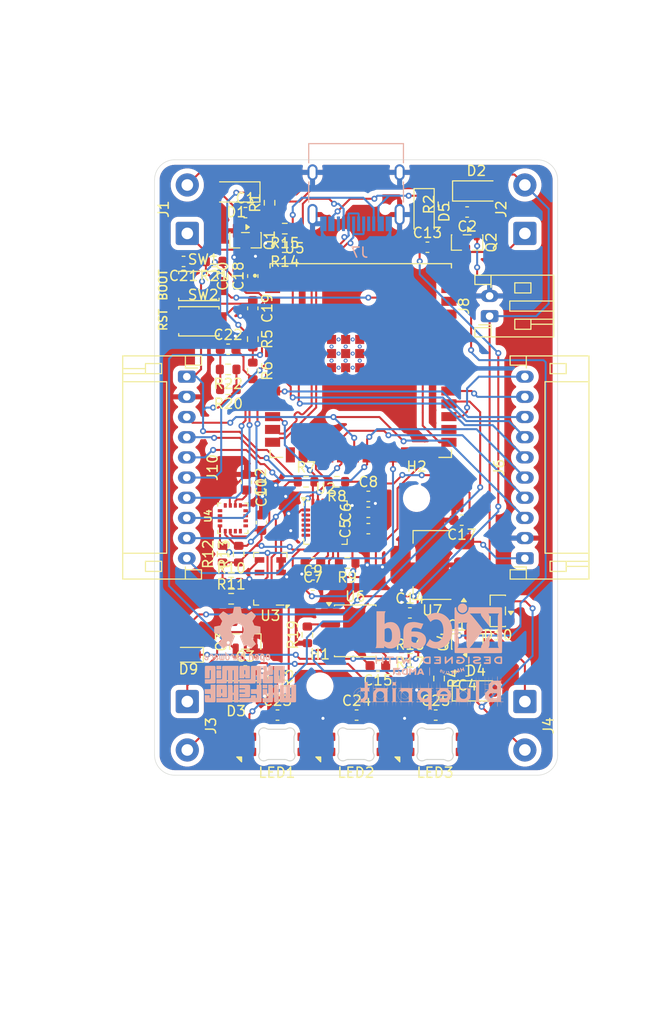
<source format=kicad_pcb>
(kicad_pcb (version 20241229) (generator "pcbnew") (generator_version "9.0")
  (layers (0 "F.Cu" signal) (2 "B.Cu" signal) (13 "F.Paste" user) (15 "B.Paste" user) (5 "F.SilkS" user "F.Silkscreen") (7 "B.SilkS" user "B.Silkscreen") (1 "F.Mask" user) (3 "B.Mask" user) (25 "Edge.Cuts" user))
  (net 0 "")
  (net 1 "Net-(D1-A)")
  (net 2 "/VBat")
  (net 3 "Net-(D2-A)")
  (net 4 "Net-(D3-A)")
  (net 5 "Net-(D4-A)")
  (net 6 "+3.3V")
  (net 7 "GND")
  (net 8 "Net-(U2-REGOUT)")
  (net 9 "Net-(U2-CPOUT)")
  (net 10 "Net-(U4-C1)")
  (net 11 "/MISO")
  (net 12 "/MOSI")
  (net 13 "/INT1")
  (net 14 "/CS0")
  (net 15 "/EXTON")
  (net 16 "/WAKEUP")
  (net 17 "/RST")
  (net 18 "/SCK")
  (net 19 "/INT2")
  (net 20 "/CS1")
  (net 22 "/StatusLED")
  (net 23 "/Motor1")
  (net 24 "/Motor2")
  (net 25 "/Motor3")
  (net 26 "/Motor4")
  (net 27 "/VSENSE")
  (net 28 "/SDA")
  (net 29 "/SCL")
  (net 30 "/INT0")
  (net 31 "/VCC 5v")
  (net 32 "Net-(U7-VI)")
  (net 33 "/CHIP_PU")
  (net 34 "/IO0")
  (net 35 "/D+")
  (net 36 "/D-")
  (net 51 "Net-(D9-K)")
  (net 52 "Net-(J7-CC2)")
  (net 54 "Net-(J7-CC1)")
  (net 56 "Net-(U6-CE)")
  (net 57 "Net-(U6-~{CHRG})")
  (net 58 "Net-(U6-PROG)")
  (net 71 "Net-(D5-Pad1)")
  (net 73 "Net-(LED1-DOUT)")
  (net 74 "Net-(LED2-DOUT)")
  (footprint "Package_TO_SOT_SMD:SOT-23" (layer "F.Cu") (at 194.090786 114.085786 90)
    (property "Reference" "Q3")
    (property "Value" "Si2319CDS")
  )
  (footprint "Package_TO_SOT_SMD:SOT-23" (layer "F.Cu") (at 216.120786 114.085786 90)
    (property "Reference" "Q4")
    (property "Value" "Si2319CDS")
  )
  (footprint "HMC5883:XDCR_HMC5883L-TR" (layer "F.Cu") (at 192.855786 101.872 90)
    (property "Reference" "U4")
    (property "Value" "HMC5883L-TR")
  )
  (footprint "Capacitor_SMD:C_0603_1608Metric" (layer "F.Cu") (at 206.3 99.7)
    (property "Reference" "C8")
    (property "Value" "0.01uF")
  )
  (footprint "Resistor_SMD:R_0603_1608Metric" (layer "F.Cu") (at 204.2 106.3 180)
    (property "Reference" "R9")
    (property "Value" "10k")
  )
  (footprint "Capacitor_SMD:C_0603_1608Metric" (layer "F.Cu") (at 206.3 102.9)
    (property "Reference" "C5")
    (property "Value" "0.1uF")
  )
  (footprint "Capacitor_SMD:C_0603_1608Metric" (layer "F.Cu") (at 200.8 108.5)
    (property "Reference" "C9")
    (property "Value" "100nF")
  )
  (footprint "Capacitor_SMD:C_0603_1608Metric" (layer "F.Cu") (at 212.165786 75.005786)
    (property "Reference" "C13")
    (property "Value" "10uF")
  )
  (footprint "Diode_SMD:D_SOD-123" (layer "F.Cu") (at 211.835786 71.555786 -90)
    (property "Reference" "D5")
    (property "Value" "1N5819HW-7-F")
  )
  (footprint "Package_TO_SOT_SMD:SOT-23" (layer "F.Cu") (at 216.105786 74.5375 -90)
    (property "Reference" "Q2")
    (property "Value" "Si2319CDS")
  )
  (footprint "PCM_marbastlib-various:LED_6028R" (layer "F.Cu") (at 205.075 124.279998)
    (property "Reference" "LED2")
    (property "Value" "SK6812MINI-E")
    (fp_line (start -1.699999 -0.702843) (end -1.699999 0.702841) (stroke (width 0.1)) (layer "Edge.Cuts"))
    (fp_line (start -0.794452 1.499999) (end 0.794452 1.499999) (stroke (width 0.1)) (layer "Edge.Cuts"))
    (fp_line (start 0.794452 -1.5) (end -0.794453 -1.5) (stroke (width 0.1)) (layer "Edge.Cuts"))
    (fp_line (start 1.699999 0.702841) (end 1.699999 -0.702843) (stroke (width 0.1)) (layer "Edge.Cuts"))
    (fp_arc (start -1.749484 -0.919721) (mid -1.712527 -0.814069) (end -1.699999 -0.702844) (stroke (width 0.1)) (layer "Edge.Cuts"))
    (fp_arc (start -1.749484 -0.919721) (mid -1.638071 -1.504036) (end -1.046711 -1.568299) (stroke (width 0.1)) (layer "Edge.Cuts"))
    (fp_arc (start -1.699999 0.702841) (mid -1.712527 0.814067) (end -1.749484 0.919719) (stroke (width 0.1)) (layer "Edge.Cuts"))
    (fp_arc (start -1.046711 1.568298) (mid -1.638072 1.504034) (end -1.749484 0.919718) (stroke (width 0.1)) (layer "Edge.Cuts"))
    (fp_arc (start -1.046711 1.568298) (mid -0.925123 1.517376) (end -0.794452 1.499999) (stroke (width 0.1)) (layer "Edge.Cuts"))
    (fp_arc (start -0.794453 -1.5) (mid -0.925123 -1.517377) (end -1.046711 -1.568299) (stroke (width 0.1)) (layer "Edge.Cuts"))
    (fp_arc (start 0.794452 1.499999) (mid 0.925122 1.517376) (end 1.04671 1.568298) (stroke (width 0.1)) (layer "Edge.Cuts"))
    (fp_arc (start 1.046711 -1.5683) (mid 0.925123 -1.517378) (end 0.794453 -1.500001) (stroke (width 0.1)) (layer "Edge.Cuts"))
    (fp_arc (start 1.046711 -1.5683) (mid 1.638071 -1.504036) (end 1.749484 -0.919721) (stroke (width 0.1)) (layer "Edge.Cuts"))
    (fp_arc (start 1.699999 -0.702843) (mid 1.712527 -0.814069) (end 1.749484 -0.919721) (stroke (width 0.1)) (layer "Edge.Cuts"))
    (fp_arc (start 1.749484 0.919719) (mid 1.63807 1.504033) (end 1.046711 1.568296) (stroke (width 0.1)) (layer "Edge.Cuts"))
    (fp_arc (start 1.749484 0.919719) (mid 1.712527 0.814067) (end 1.699999 0.702842) (stroke (width 0.1)) (layer "Edge.Cuts"))
  )
  (footprint "Capacitor_SMD:C_0603_1608Metric" (layer "F.Cu") (at 194.2 98.3 -90)
    (property "Reference" "C12")
    (property "Value" "4.7uF")
  )
  (footprint "Capacitor_SMD:C_0603_1608Metric" (layer "F.Cu") (at 195.7 102.3 90)
    (property "Reference" "C10")
    (property "Value" "0.1uF")
  )
  (footprint "Package_SO:SOIC-8-1EP_3.9x4.9mm_P1.27mm_EP2.41x3.3mm_ThermalVias" (layer "F.Cu") (at 205 113.025)
    (property "Reference" "U6")
    (property "Value" "TP4056-42-ESOP8")
  )
  (footprint "Connector_JST:JST_PH_S10B-PH-K_1x10_P2.00mm_Horizontal" (layer "F.Cu") (at 221.835786 105.835786 90)
    (property "Reference" "J6")
    (property "Value" "Conn_01x10_Socket")
  )
  (footprint "Resistor_SMD:R_0603_1608Metric" (layer "F.Cu") (at 194.835786 87.260786 -90)
    (property "Reference" "R6")
    (property "Value" "1M")
  )
  (footprint "Package_TO_SOT_SMD:SOT-223-3_TabPin2" (layer "F.Cu") (at 212.65 106.5 180)
    (property "Reference" "U7")
    (property "Value" "AP7361C-33E")
  )
  (footprint "Resistor_SMD:R_0603_1608Metric" (layer "F.Cu") (at 203.175 98.25 180)
    (property "Reference" "R8")
    (property "Value" "10k")
  )
  (footprint "ESP32-S3-Wroom1u:XCVR_ESP32-S3-WROOM-1U" (layer "F.Cu") (at 205.548286 86.235786)
    (property "Reference" "U5")
    (property "Value" "ESP32-S3-WROOM-1U")
  )
  (footprint "PCM_marbastlib-various:LED_6028R" (layer "F.Cu") (at 197.225 124.279998)
    (property "Reference" "LED1")
    (property "Value" "SK6812MINI-E")
    (fp_line (start -1.699999 -0.702843) (end -1.699999 0.702841) (stroke (width 0.1)) (layer "Edge.Cuts"))
    (fp_line (start -0.794452 1.499999) (end 0.794452 1.499999) (stroke (width 0.1)) (layer "Edge.Cuts"))
    (fp_line (start 0.794452 -1.5) (end -0.794453 -1.5) (stroke (width 0.1)) (layer "Edge.Cuts"))
    (fp_line (start 1.699999 0.702841) (end 1.699999 -0.702843) (stroke (width 0.1)) (layer "Edge.Cuts"))
    (fp_arc (start -1.749484 -0.919721) (mid -1.712527 -0.814069) (end -1.699999 -0.702844) (stroke (width 0.1)) (layer "Edge.Cuts"))
    (fp_arc (start -1.749484 -0.919721) (mid -1.638071 -1.504036) (end -1.046711 -1.568299) (stroke (width 0.1)) (layer "Edge.Cuts"))
    (fp_arc (start -1.699999 0.702841) (mid -1.712527 0.814067) (end -1.749484 0.919719) (stroke (width 0.1)) (layer "Edge.Cuts"))
    (fp_arc (start -1.046711 1.568298) (mid -1.638072 1.504034) (end -1.749484 0.919718) (stroke (width 0.1)) (layer "Edge.Cuts"))
    (fp_arc (start -1.046711 1.568298) (mid -0.925123 1.517376) (end -0.794452 1.499999) (stroke (width 0.1)) (layer "Edge.Cuts"))
    (fp_arc (start -0.794453 -1.5) (mid -0.925123 -1.517377) (end -1.046711 -1.568299) (stroke (width 0.1)) (layer "Edge.Cuts"))
    (fp_arc (start 0.794452 1.499999) (mid 0.925122 1.517376) (end 1.04671 1.568298) (stroke (width 0.1)) (layer "Edge.Cuts"))
    (fp_arc (start 1.046711 -1.5683) (mid 0.925123 -1.517378) (end 0.794453 -1.500001) (stroke (width 0.1)) (layer "Edge.Cuts"))
    (fp_arc (start 1.046711 -1.5683) (mid 1.638071 -1.504036) (end 1.749484 -0.919721) (stroke (width 0.1)) (layer "Edge.Cuts"))
    (fp_arc (start 1.699999 -0.702843) (mid 1.712527 -0.814069) (end 1.749484 -0.919721) (stroke (width 0.1)) (layer "Edge.Cuts"))
    (fp_arc (start 1.749484 0.919719) (mid 1.63807 1.504033) (end 1.046711 1.568296) (stroke (width 0.1)) (layer "Edge.Cuts"))
    (fp_arc (start 1.749484 0.919719) (mid 1.712527 0.814067) (end 1.699999 0.702842) (stroke (width 0.1)) (layer "Edge.Cuts"))
  )
  (footprint "Package_TO_SOT_SMD:SOT-23" (layer "F.Cu") (at 194.105786 74.3125 -90)
    (property "Reference" "Q1")
    (property "Value" "Si2319CDS")
  )
  (footprint "Capacitor_SMD:C_0603_1608Metric" (layer "F.Cu") (at 210.425 111.25)
    (property "Reference" "C14")
    (property "Value" "10uF")
  )
  (footprint "Capacitor_SMD:C_0603_1608Metric" (layer "F.Cu") (at 215.57 111.06 180)
    (property "Reference" "C16")
    (property "Value" "4.7uF")
  )
  (footprint "Capacitor_SMD:C_0603_1608Metric" (layer "F.Cu") (at 192.389214 85.114214)
    (property "Reference" "C22")
    (property "Value" "0.1uF")
  )
  (footprint "Capacitor_SMD:C_0603_1608Metric" (layer "F.Cu") (at 216.120786 117 180)
    (property "Reference" "C4")
    (property "Value" "100nF")
  )
  (footprint "Capacitor_SMD:C_0603_1608Metric" (layer "F.Cu") (at 193.3 77.875 90)
    (property "Reference" "C20")
    (property "Value" "1uF")
  )
  (footprint "Resistor_SMD:R_0603_1608Metric" (layer "F.Cu") (at 200.25 113.425 90)
    (property "Reference" "R19")
    (property "Value" "5k")
  )
  (footprint "Resistor_SMD:R_0603_1608Metric" (layer "F.Cu") (at 198.010786 75 180)
    (property "Reference" "R14")
    (property "Value" "5.1k")
  )
  (footprint "Connector_Wire:SolderWire-0.5sqmm_1x02_P4.8mm_D0.9mm_OD2.3mm" (layer "F.Cu") (at 188.335786 120.035786 -90)
    (property "Reference" "J3")
    (property "Value" "Conn_01x02_Socket")
  )
  (footprint "Connector_Wire:SolderWire-0.5sqmm_1x02_P4.8mm_D0.9mm_OD2.3mm" (layer "F.Cu") (at 188.335786 73.635786 90)
    (property "Reference" "J1")
    (property "Value" "Conn_01x02_Socket")
  )
  (footprint "Connector_Wire:SolderWire-0.5sqmm_1x02_P4.8mm_D0.9mm_OD2.3mm" (layer "F.Cu") (at 221.835786 120.035786 -90)
    (property "Reference" "J4")
    (property "Value" "Conn_01x02_Socket")
  )
  (footprint "Connector_JST:JST_PH_S10B-PH-K_1x10_P2.00mm_Horizontal" (layer "F.Cu") (at 188.285786 87.835786 -90)
    (property "Reference" "J10")
    (property "Value" "Conn_01x10_Socket")
  )
  (footprint "Diode_SMD:D_SOD-123" (layer "F.Cu") (at 217.020786 69.428428)
    (property "Reference" "D2")
    (property "Value" "1N4148")
  )
  (footprint "Capacitor_SMD:C_0603_1608Metric" (layer "F.Cu") (at 206.3 101.28)
    (property "Reference" "C6")
    (property "Value" "0.01uF")
  )
  (footprint "Resistor_SMD:R_0603_1608Metric" (layer "F.Cu") (at 191.005786 76.414214 180)
    (property "Reference" "R21")
    (property "Value" "10k")
  )
  (footprint "Capacitor_SMD:C_0603_1608Metric" (layer "F.Cu") (at 200.8 106.3 180)
    (property "Reference" "C7")
    (property "Value" "0.1uF")
  )
  (footprint "Resistor_SMD:R_0603_1608Metric" (layer "F.Cu") (at 198.010786 73.16 180)
    (property "Reference" "R15")
    (property "Value" "5.1k")
  )
  (footprint "Diode_SMD:D_SOD-123" (layer "F.Cu") (at 216.990786 118.976714)
    (property "Reference" "D4")
    (property "Value" "1N4148")
  )
  (footprint "MountingHole:MountingHole_2.2mm_M2" (layer "F.Cu") (at 211.085786 99.895786)
    (property "Reference" "H2")
    (property "Value" "MountingHole")
  )
  (footprint "Capacitor_SMD:C_0603_1608Metric" (layer "F.Cu") (at 197.289072 121.379999)
    (property "Reference" "C23")
    (property "Value" "0.1uF")
  )
  (footprint "TS-1088-AR02016:SW_TS-1088-AR02016" (layer "F.Cu") (at 189.485786 82.35)
    (property "Reference" "SW2")
    (property "Value" "SW_Push")
  )
  (footprint "Resistor_SMD:R_0603_1608Metric" (layer "F.Cu") (at 196.890786 117.75 -90)
    (property "Reference" "R3")
    (property "Value" "10k")
  )
  (footprint "Capacitor_SMD:C_0603_1608Metric" (layer "F.Cu") (at 194.835786 77.860786 90)
    (property "Reference" "C18")
    (property "Value" "0.1uF")
  )
  (footprint "Resistor_SMD:R_0603_1608Metric" (layer "F.Cu") (at 191.835786 105.425 90)
    (property "Reference" "R12")
    (property "Value" "10k")
  )
  (footprint "TS-1088-AR02016:SW_TS-1088-AR02016" (layer "F.Cu") (at 189.485786 78.85)
    (property "Reference" "SW1")
    (property "Value" "SW_Push")
  )
  (footprint "Capacitor_SMD:C_0603_1608Metric" (layer "F.Cu") (at 187.965786 76.414214 180)
    (property "Reference" "C21")
    (property "Value" "0.1uF")
  )
  (footprint "Capacitor_SMD:C_0603_1608Metric" (layer "F.Cu") (at 194.835786 81.060786 -90)
    (property "Reference" "C19")
    (property "Value" "10uF")
  )
  (footprint "Package_TO_SOT_SMD:SOT-23" (layer "F.Cu") (at 219.148286 111.05 180)
    (property "Reference" "D10")
    (property "Value" "BAT54C")
  )
  (footprint "Resistor_SMD:R_0603_1608Metric" (layer "F.Cu") (at 200.125 98.25)
    (property "Reference" "R7")
    (property "Value" "10k")
  )
  (footprint "Capacitor_SMD:C_0603_1608Metric" (layer "F.Cu") (at 194.105786 71.575)
    (property "Reference" "C1")
    (property "Value" "100nF")
  )
  (footprint "Capacitor_SMD:C_0603_1608Metric" (layer "F.Cu") (at 216.105786 71.514214 180)
    (property "Reference" "C2")
    (property "Value" "100nF")
  )
  (footprint "Resistor_SMD:R_0603_1608Metric" (layer "F.Cu") (at 192.410786 89.085786 180)
    (property "Reference" "R20")
    (property "Value" "10K")
  )
  (footprint "Resistor_SMD:R_0603_1608Metric" (layer "F.Cu") (at 196.5 70.6 90)
    (property "Reference" "R1")
    (property "Value" "10k")
  )
  (footprint "Package_LGA:LGA-8_3x5mm_P1.25mm" (layer "F.Cu") (at 196.575 107.875 180)
    (property "Reference" "U3")
    (property "Value" "MS5611-01BA")
  )
  (footprint "Sensor_Motion:InvenSense_QFN-24_4x4mm_P0.5mm" (layer "F.Cu") (at 202.05 102.3)
    (property "Reference" "U2")
    (property "Value" "MPU-6050")
  )
  (footprint "Resistor_SMD:R_0603_1608Metric" (layer "F.Cu") (at 192.685786 109.85)
    (property "Reference" "R11")
    (property "Value" "10k")
  )
  (footprint "LED_SMD:LED_0603_1608Metric" (layer "F.Cu") (at 188.451714 115.4 180)
    (property "Reference" "D9")
    (property "Value" "LED")
  )
  (footprint "Resistor_SMD:R_0603_1608Metric" (layer "F.Cu") (at 210.425 112.9625 180)
    (property "Reference" "R16")
    (property "Value" "0.4R")
  )
  (footprint "Resistor_SMD:R_0603_1608Metric" (layer "F.Cu") (at 210.425 114.75 180)
    (property "Reference" "R17")
    (property "Value" "1k")
  )
  (footprint "Capacitor_SMD:C_0603_1608Metric" (layer "F.Cu") (at 205.139072 121.379999)
    (property "Reference" "C24")
    (property "Value" "0.1uF")
  )
  (footprint "Diode_SMD:D_SOD-123" (layer "F.Cu") (at 193.190786 69.525 180)
    (property "Reference" "D1")
    (property "Value" "1N4148")
  )
  (footprint "Resistor_SMD:R_0603_1608Metric" (layer "F.Cu") (at 213.75 70.753428 90)
    (property "Reference" "R2")
    (property "Value" "10k")
  )
  (footprint "Capacitor_SMD:C_0603_1608Metric" (layer "F.Cu") (at 212.989072 121.379999)
    (property "Reference" "C25")
    (property "Value" "0.1uF")
  )
  (footprint "PCM_marbastlib-various:LED_6028R" (layer "F.Cu") (at 212.925 124.279998)
    (property "Reference" "LED3")
    (property "Value" "SK6812MINI-E")
    (fp_line (start -1.699999 -0.702843) (end -1.699999 0.702841) (stroke (width 0.1)) (layer "Edge.Cuts"))
    (fp_line (start -0.794452 1.499999) (end 0.794452 1.499999) (stroke (width 0.1)) (layer "Edge.Cuts"))
    (fp_line (start 0.794452 -1.5) (end -0.794453 -1.5) (stroke (width 0.1)) (layer "Edge.Cuts"))
    (fp_line (start 1.699999 0.702841) (end 1.699999 -0.702843) (stroke (width 0.1)) (layer "Edge.Cuts"))
    (fp_arc (start -1.749484 -0.919721) (mid -1.712527 -0.814069) (end -1.699999 -0.702844) (stroke (width 0.1)) (layer "Edge.Cuts"))
    (fp_arc (start -1.749484 -0.919721) (mid -1.638071 -1.504036) (end -1.046711 -1.568299) (stroke (width 0.1)) (layer "Edge.Cuts"))
    (fp_arc (start -1.699999 0.702841) (mid -1.712527 0.814067) (end -1.749484 0.919719) (stroke (width 0.1)) (layer "Edge.Cuts"))
    (fp_arc (start -1.046711 1.568298) (mid -1.638072 1.504034) (end -1.749484 0.919718) (stroke (width 0.1)) (layer "Edge.Cuts"))
    (fp_arc (start -1.046711 1.568298) (mid -0.925123 1.517376) (end -0.794452 1.499999) (stroke (width 0.1)) (layer "Edge.Cuts"))
    (fp_arc (start -0.794453 -1.5) (mid -0.925123 -1.517377) (end -1.046711 -1.568299) (stroke (width 0.1)) (layer "Edge.Cuts"))
    (fp_arc (start 0.794452 1.499999) (mid 0.925122 1.517376) (end 1.04671 1.568298) (stroke (width 0.1)) (layer "Edge.Cuts"))
    (fp_arc (start 1.046711 -1.5683) (mid 0.925123 -1.517378) (end 0.794453 -1.500001) (stroke (width 0.1)) (layer "Edge.Cuts"))
    (fp_arc (start 1.046711 -1.5683) (mid 1.638071 -1.504036) (end 1.749484 -0.919721) (stroke (width 0.1)) (layer "Edge.Cuts"))
    (fp_arc (start 1.699999 -0.702843) (mid 1.712527 -0.814069) (end 1.749484 -0.919721) (stroke (width 0.1)) (layer "Edge.Cuts"))
    (fp_arc (start 1.749484 0.919719) (mid 1.63807 1.504033) (end 1.046711 1.568296) (stroke (width 0.1)) (layer "Edge.Cuts"))
    (fp_arc (start 1.749484 0.919719) (mid 1.712527 0.814067) (end 1.699999 0.702842) (stroke (width 0.1)) (layer "Edge.Cuts"))
  )
  (footprint "Diode_SMD:D_SOD-123" (layer "F.Cu") (at 193.175786 118.976714 180)
    (property "Reference" "D3")
    (property "Value" "1N4148")
  )
  (footprint "Capacitor_SMD:C_0603_1608Metric" (layer "F.Cu") (at 215.57 102.06 180)
    (property "Reference" "C17")
    (property "Value" "4.7uF")
  )
  (footprint "Connector_Wire:SolderWire-0.5sqmm_1x02_P4.8mm_D0.9mm_OD2.3mm" (layer "F.Cu") (at 221.835786 73.635786 90)
    (property "Reference" "J2")
    (property "Value" "Conn_01x02_Socket")
  )
  (footprint "MountingHole:MountingHole_2.2mm_M2" (layer "F.Cu") (at 201.5 118.5)
    (property "Reference" "H1")
    (property "Value" "MountingHole")
  )
  (footprint "Resistor_SMD:R_0603_1608Metric" (layer "F.Cu") (at 193.435786 105.425 90)
    (property "Reference" "R13")
    (property "Value" "10k")
  )
  (footprint "Capacitor_SMD:C_0603_1608Metric" (layer "F.Cu") (at 207.25 116.5 180)
    (property "Reference" "C15")
    (property "Value" "10uF")
  )
  (footprint "Resistor_SMD:R_0603_1608Metric" (layer "F.Cu") (at 192.685786 108.25)
    (property "Reference" "R10")
    (property "Value" "10k")
  )
  (footprint "Connector_JST:JST_PH_S2B-PH-K_1x02_P2.00mm_Horizontal" (layer "F.Cu") (at 218.335786 81.835786 90)
    (property "Reference" "J8")
    (property "Value" "Conn_01x02")
  )
  (footprint "Resistor_SMD:R_0603_1608Metric" (layer "F.Cu") (at 192.389214 87.114214 180)
    (property "Reference" "R22")
    (property "Value" "10k")
  )
  (footprint "Resistor_SMD:R_0603_1608Metric" (layer "F.Cu") (at 194.835786 84.110786 -90)
    (property "Reference" "R5")
    (property "Value" "1M")
  )
  (footprint "Capacitor_SMD:C_0603_1608Metric" (layer "F.Cu") (at 194.090786 117)
    (property "Reference" "C3")
    (property "Value" "100nF")
  )
  (footprint "Resistor_SMD:R_0603_1608Metric" (layer "F.Cu") (at 213.320786 117.75 -90)
    (property "Reference" "R4")
    (property "Value" "10k")
  )
  (footprint "LOGO" (layer "B.Cu") (at 212.3 118.8 180)
    (property "Reference" "G***" (hide yes))
    (property "Value" "LOGO" (hide yes))
  )
  (footprint "Symbol:KiCad-Logo2_5mm_SilkScreen" (layer "B.Cu") (at 213.3 113.3 180)
    (property "Reference" "REF**" (hide yes))
    (property "Value" "KiCad-Logo2_5mm_SilkScreen" (hide yes))
  )
  (footprint "Connector_USB:USB_C_Receptacle_HRO_TYPE-C-31-M-12" (layer "B.Cu") (at 205.085786 68.635786)
    (property "Reference" "J7")
    (property "Value" "USB_C_Receptacle_USB2.0_16P")
  )
  (footprint "Symbol:OSHW-Logo2_7.3x6mm_SilkScreen" (layer "B.Cu") (at 193.3 113.4 180)
    (property "Reference" "REF**" (hide yes))
    (property "Value" "OSHW-Logo2_7.3x6mm_SilkScreen" (hide yes))
  )
  (footprint "LOGO" (layer "B.Cu") (at 194.6 118.3 180)
    (property "Reference" "G***" (hide yes))
    (property "Value" "LOGO" (hide yes))
  )
  (gr_line (start 185.085786 68.335786) (end 185.085786 125.335786) (stroke (width 0.05)) (layer "Edge.Cuts"))
  (gr_arc (start 187.085786 127.335786) (mid 185.671572 126.75) (end 185.085786 125.335786) (stroke (width 0.05)) (layer "Edge.Cuts"))
  (gr_arc (start 225.085786 125.335786) (mid 224.5 126.75) (end 223.085786 127.335786) (stroke (width 0.05)) (layer "Edge.Cuts"))
  (gr_line (start 187.085786 66.335786) (end 223.085786 66.335786) (stroke (width 0.05)) (layer "Edge.Cuts"))
  (gr_arc (start 223.085786 66.335786) (mid 224.5 66.921572) (end 225.085786 68.335786) (stroke (width 0.05)) (layer "Edge.Cuts"))
  (gr_arc (start 185.085786 68.335786) (mid 185.671572 66.921572) (end 187.085786 66.335786) (stroke (width 0.05)) (layer "Edge.Cuts"))
  (gr_line (start 223.085786 127.335786) (end 187.085786 127.335786) (stroke (width 0.05)) (layer "Edge.Cuts"))
  (gr_line (start 225.085786 68.335786) (end 225.085786 125.335786) (stroke (width 0.05)) (layer "Edge.Cuts"))
  (gr_text "BOOT" (at 186.4 80.4 90) (layer "F.SilkS") (effects (font (size 0.8 0.8) (thickness 0.16) (bold yes)) (justify left bottom)))
  (gr_text "RST\n" (at 186.4 83.4 90) (layer "F.SilkS") (effects (font (size 0.8 0.8) (thickness 0.16) (bold yes)) (justify left bottom)))
  (segment (start 189.95 75.25) (end 188.335786 73.635786) (width 0.2) (layer "F.Cu") (net 1))
  (segment (start 193.330786 71.315) (end 191.540786 69.525) (width 0.2) (layer "F.Cu") (net 1))
  (segment (start 194.105786 75.25) (end 194.105786 72.35) (width 0.2) (layer "F.Cu") (net 1))
  (segment (start 194.105786 75.25) (end 189.95 75.25) (width 0.2) (layer "F.Cu") (net 1))
  (segment (start 194.105786 72.35) (end 193.330786 71.575) (width 0.2) (layer "F.Cu") (net 1))
  (segment (start 193.330786 71.575) (end 193.330786 71.315) (width 0.2) (layer "F.Cu") (net 1))
  (segment (start 194.880786 69.565) (end 194.840786 69.525) (width 0.2) (layer "F.Cu") (net 2))
  (segment (start 215.370786 69.428428) (end 215.370786 71.474214) (width 0.2) (layer "F.Cu") (net 2))
  (segment (start 194.765786 69.6) (end 194.840786 69.525) (width 0.2) (layer "F.Cu") (net 2))
  (segment (start 193.985786 83.285786) (end 193.4 82.7) (width 0.2) (layer "F.Cu") (net 2))
  (segment (start 194.194858 118.976714) (end 188.335786 124.835786) (width 0.2) (layer "F.Cu") (net 2))
  (segment (start 193.001572 67.685786) (end 189.485786 67.685786) (width 0.2) (layer "F.Cu") (net 2))
  (segment (start 215.097144 69.154786) (end 215.370786 69.428428) (width 0.2) (layer "F.Cu") (net 2))
  (segment (start 221.9 110.1) (end 222.6 110.8) (width 0.2) (layer "F.Cu") (net 2))
  (segment (start 215.345786 117) (end 214.645786 117.7) (width 0.2) (layer "F.Cu") (net 2))
  (segment (start 220.8 67.8) (end 221.835786 68.835786) (width 0.2) (layer "F.Cu") (net 2))
  (segment (start 205.7 117.7) (end 208.7 117.7) (width 0.2) (layer "F.Cu") (net 2))
  (segment (start 218.335786 108.35) (end 218.335786 81.835786) (width 0.2) (layer "F.Cu") (net 2))
  (segment (start 216.999214 67.8) (end 220.8 67.8) (width 0.2) (layer "F.Cu") (net 2))
  (segment (start 194.835786 83.285786) (end 193.985786 83.285786) (width 0.2) (layer "F.Cu") (net 2))
  (segment (start 193.2 69.6) (end 194.765786 69.6) (width 0.2) (layer "F.Cu") (net 2))
  (segment (start 204.3 116.3) (end 205.7 117.7) (width 0.2) (layer "F.Cu") (net 2))
  (segment (start 189.485786 67.685786) (end 188.335786 68.835786) (width 0.2) (layer "F.Cu") (net 2))
  (segment (start 214.645786 117.7) (end 208.7 117.7) (width 0.2) (layer "F.Cu") (net 2))
  (segment (start 215.976714 118.976714) (end 217.55 120.55) (width 0.2) (layer "F.Cu") (net 2))
  (segment (start 194.865786 118.936714) (end 194.825786 118.976714) (width 0.2) (layer "F.Cu") (net 2))
  (segment (start 199 116.3) (end 204.3 116.3) (width 0.2) (layer "F.Cu") (net 2))
  (segment (start 194.865786 117) (end 195.8 117) (width 0.2) (layer "F.Cu") (net 2))
  (segment (start 208.025 117.025) (end 208.025 116.5) (width 0.2) (layer "F.Cu") (net 2))
  (segment (start 217.55 120.55) (end 221.835786 124.835786) (width 0.2) (layer "F.Cu") (net 2))
  (segment (start 194.840786 69.525) (end 193.001572 67.685786) (width 0.2) (layer "F.Cu") (net 2))
  (segment (start 208.025 115.48) (end 207.475 114.93) (width 0.2) (layer "F.Cu") (net 2))
  (segment (start 208.7 117.7) (end 208.025 117.025) (width 0.2) (layer "F.Cu") (net 2))
  (segment (start 194.880786 71.575) (end 194.880786 71.480786) (width 0.2) (layer "F.Cu") (net 2))
  (segment (start 199.4569 70.476) (end 200.778114 69.154786) (width 0.2) (layer "F.Cu") (net 2))
  (segment (start 215.340786 118.976714) (end 215.976714 118.976714) (width 0.2) (layer "F.Cu") (net 2))
  (segment (start 220.085786 110.1) (end 221.9 110.1) (width 0.2) (layer "F.Cu") (net 2))
  (segment (start 220.085786 110.1) (end 218.335786 108.35) (width 0.2) (layer "F.Cu") (net 2))
  (segment (start 195.979786 70.476) (end 199.4569 70.476) (width 0.2) (layer "F.Cu") (net 2))
  (segment (start 194.880786 71.575) (end 194.880786 69.565) (width 0.2) (layer "F.Cu") (net 2))
  (segment (start 200.778114 69.154786) (end 215.097144 69.154786) (width 0.2) (layer "F.Cu") (net 2))
  (segment (start 208.025 116.5) (end 208.025 115.48) (width 0.2) (layer "F.Cu") (net 2))
  (segment (start 194.865786 117) (end 194.865786 118.936714) (width 0.2) (layer "F.Cu") (net 2))
  (segment (start 215.370786 69.428428) (end 216.999214 67.8) (width 0.2) (layer "F.Cu") (net 2))
  (segment (start 215.370786 71.474214) (end 215.330786 71.514214) (width 0.2) (layer "F.Cu") (net 2))
  (segment (start 215.345786 117) (end 215.345786 118.971714) (width 0.2) (layer "F.Cu") (net 2))
  (segment (start 194.825786 118.976714) (end 194.194858 118.976714) (width 0.2) (layer "F.Cu") (net 2))
  (segment (start 194.880786 71.575) (end 195.979786 70.476) (width 0.2) (layer "F.Cu") (net 2))
  (segment (start 194.880786 71.480786) (end 194.840786 71.440786) (width 0.2) (layer "F.Cu") (net 2))
  (segment (start 215.345786 118.971714) (end 215.340786 118.976714) (width 0.2) (layer "F.Cu") (net 2))
  (via (at 193.2 69.6) (size 0.6) (drill 0.3) (layers "F.Cu" "B.Cu") (net 2))
  (via (at 222.6 110.8) (size 0.6) (drill 0.3) (layers "F.Cu" "B.Cu") (net 2))
  (via (at 217.55 120.55) (size 0.6) (drill 0.3) (layers "F.Cu" "B.Cu") (net 2))
  (via (at 199 116.3) (size 0.6) (drill 0.3) (layers "F.Cu" "B.Cu") (net 2))
  (via (at 195.8 117) (size 0.6) (drill 0.3) (layers "F.Cu" "B.Cu") (net 2))
  (via (at 193.4 82.7) (size 0.6) (drill 0.3) (layers "F.Cu" "B.Cu") (net 2))
  (segment (start 222.964214 81.835786) (end 218.335786 81.835786) (width 0.2) (layer "B.Cu") (net 2))
  (segment (start 196.5 116.3) (end 199 116.3) (width 0.2) (layer "B.Cu") (net 2))
  (segment (start 224.2 80.6) (end 222.964214 81.835786) (width 0.2) (layer "B.Cu") (net 2))
  (segment (start 221.835786 68.835786) (end 224.2 71.2) (width 0.2) (layer "B.Cu") (net 2))
  (segment (start 192.3 70.5) (end 193.2 69.6) (width 0.2) (layer "B.Cu") (net 2))
  (segment (start 192.3 76.2) (end 192.3 70.5) (width 0.2) (layer "B.Cu") (net 2))
  (segment (start 224.2 71.2) (end 224.2 80.6) (width 0.2) (layer "B.Cu") (net 2))
  (segment (start 193.4 82.7) (end 192.3 81.6) (width 0.2) (layer "B.Cu") (net 2))
  (segment (start 195.8 117) (end 196.5 116.3) (width 0.2) (layer "B.Cu") (net 2))
  (segment (start 222.6 110.8) (end 222.6 115.5) (width 0.2) (layer "B.Cu") (net 2))
  (segment (start 192.3 81.6) (end 192.3 76.2) (width 0.2) (layer "B.Cu") (net 2))
  (segment (start 222.6 115.5) (end 217.55 120.55) (width 0.2) (layer "B.Cu") (net 2))
  (segment (start 216.105786 75.475) (end 219.996572 75.475) (width 0.2) (layer "F.Cu") (net 3))
  (segment (start 216.880786 71.514214) (end 219.996572 74.63) (width 0.2) (layer "F.Cu") (net 3))
  (segment (start 217.025 75.475) (end 216.105786 75.475) (width 0.2) (layer "F.Cu") (net 3))
  (segment (start 216.880786 71.218428) (end 216.880786 71.514214) (width 0.2) (layer "F.Cu") (net 3))
  (segment (start 219.996572 75.475) (end 221.835786 73.635786) (width 0.2) (layer "F.Cu") (net 3))
  (segment (start 218.670786 69.428428) (end 216.880786 71.218428) (width 0.2) (layer "F.Cu") (net 3))
  (segment (start 219.996572 74.63) (end 219.996572 75.475) (width 0.2) (layer "F.Cu") (net 3))
  (segment (start 192.601771 113.148286) (end 191.3 114.450057) (width 0.2) (layer "F.Cu") (net 4))
  (segment (start 193.315786 117) (end 189.784604 117) (width 0.2) (layer "F.Cu") (net 4))
  (segment (start 193.315786 117) (end 193.315786 117.186714) (width 0.2) (layer "F.Cu") (net 4))
  (segment (start 191.3 114.450057) (end 191.3 115.484604) (width 0.2) (layer "F.Cu") (net 4))
  (segment (start 194.090786 113.148286) (end 192.601771 113.148286) (width 0.2) (layer "F.Cu") (net 4))
  (segment (start 191.3 115.484604) (end 189.784604 117) (width 0.2) (layer "F.Cu") (net 4))
  (segment (start 193.315786 117.186714) (end 191.525786 118.976714) (width 0.2) (layer "F.Cu") (net 4))
  (segment (start 188.335786 118.448818) (end 188.335786 120.035786) (width 0.2) (layer "F.Cu") (net 4))
  (segment (start 189.784604 117) (end 188.335786 118.448818) (width 0.2) (layer "F.Cu") (net 4))
  (segment (start 216.120786 116.225) (end 216.120786 113.148286) (width 0.2) (layer "F.Cu") (net 5))
  (segment (start 216.895786 117.231714) (end 218.640786 118.976714) (width 0.2) (layer "F.Cu") (net 5))
  (segment (start 216.120786 113.148286) (end 218.748286 113.148286) (width 0.2) (layer "F.Cu") (net 5))
  (segment (start 216.895786 117) (end 216.120786 116.225) (width 0.2) (layer "F.Cu") (net 5))
  (segment (start 216.895786 117) (end 216.895786 117.231714) (width 0.2) (layer "F.Cu") (net 5))
  (segment (start 218.748286 113.148286) (end 221.835786 116.235786) (width 0.2) (layer "F.Cu") (net 5))
  (segment (start 221.835786 116.235786) (end 221.835786 120.035786) (width 0.2) (layer "F.Cu") (net 5))
  (segment (start 199.95 121.85) (end 199.95 123.529998) (width 0.2) (layer "F.Cu") (net 6))
  (segment (start 189.963214 93.299) (end 189.9 93.235786) (width 0.2) (layer "F.Cu") (net 6))
  (segment (start 196.85 99.85) (end 196.85 100.55) (width 0.2) (layer "F.Cu") (net 6))
  (segment (start 192.840572 77.899) (end 194.099 77.899) (width 0.2) (layer "F.Cu") (net 6))
  (segment (start 198.8 107.9275) (end 198.8 105.7) (width 0.2) (layer "F.Cu") (net 6))
  (segment (start 199.3 98.25) (end 199.3 98.150057) (width 0.2) (layer "F.Cu") (net 6))
  (segment (start 205.525 101.28) (end 206.324 100.481) (width 0.2) (layer "F.Cu") (net 6))
  (segment (start 191.835786 108.114214) (end 191.835786 106.25) (width 0.2) (layer "F.Cu") (net 6))
  (segment (start 196.85 100.55) (end 196.476 100.924) (width 0.2) (layer "F.Cu") (net 6))
  (segment (start 193.214214 89.064214) (end 193.235786 89.085786) (width 0.2) (layer "F.Cu") (net 6))
  (segment (start 189.7 87.1) (end 188.964214 87.835786) (width 0.2) (layer "F.Cu") (net 6))
  (segment (start 199.524 104.976) (end 198.776 104.976) (width 0.2) (layer "F.Cu") (net 6))
  (segment (start 192.605786 103.433448) (end 192.845338 103.673) (width 0.2) (layer "F.Cu") (net 6))
  (segment (start 198.8 105.7) (end 199.524 104.976) (width 0.2) (layer "F.Cu") (net 6))
  (segment (start 193.45 106.25) (end 195.1 104.6) (width 0.2) (layer "F.Cu") (net 6))
  (segment (start 198.064072 121.379999) (end 198.064072 120.535928) (width 0.2) (layer "F.Cu") (net 6))
  (segment (start 190.299 80.601) (end 189.7 81.2) (width 0.2) (layer "F.Cu") (net 6))
  (segment (start 193.5332 93.299) (end 189.963214 93.299) (width 0.2) (layer "F.Cu") (net 6))
  (segment (start 195.7 104.6) (end 195.1 104.6) (width 0.2) (layer "F.Cu") (net 6))
  (segment (start 196.476 102.299) (end 195.7 103.075) (width 0.2) (layer "F.Cu") (net 6))
  (segment (start 205.525 102.9) (end 204.875 103.55) (width 0.2) (layer "F.Cu") (net 6))
  (segment (start 200.025 108.5) (end 200.025 108.925) (width 0.2) (layer "F.Cu") (net 6))
  (segment (start 198.064072 121.379999) (end 199.479999 121.379999) (width 0.2) (layer "F.Cu") (net 6))
  (segment (start 206.324 98.424) (end 206.15 98.25) (width 0.2) (layer "F.Cu") (net 6))
  (segment (start 200.025 108.925) (end 200.7 109.6) (width 0.2) (layer "F.Cu") (net 6))
  (segment (start 205.525 102.9) (end 205.525 101.28) (width 0.2) (layer "F.Cu") (net 6))
  (segment (start 198.4 120.2) (end 198.4 110.5) (width 0.2) (layer "F.Cu") (net 6))
  (segment (start 193.435786 106.25) (end 193.45 106.25) (width 0.2) (layer "F.Cu") (net 6))
  (segment (start 216.345 99.345) (end 216.345 102.06) (width 0.2) (layer "F.Cu") (net 6))
  (segment (start 197.65 108.5) (end 200.025 108.5) (width 0.2) (layer "F.Cu") (net 6))
  (segment (start 189.7 81.2) (end 189.7 78.5) (width 0.2) (layer "F.Cu") (net 6))
  (segment (start 192.605786 103.147) (end 192.605786 103.433448) (width 0.2) (layer "F.Cu") (net 6))
  (segment (start 191.835786 106.25) (end 193.435786 106.25) (width 0.2) (layer "F.Cu") (net 6))
  (segment (start 207.8 121.6) (end 207.8 123.529998) (width 0.2) (layer "F.Cu") (net 6))
  (segment (start 188.964214 87.835786) (end 188.285786 87.835786) (width 0.2) (layer "F.Cu") (net 6))
  (segment (start 191.830786 76.889214) (end 192.840572 77.899) (width 0.2) (layer "F.Cu") (net 6))
  (segment (start 198.776 104.976) (end 198.5 104.7) (width 0.2) (layer "F.Cu") (net 6))
  (segment (start 189.7 81.2) (end 189.7 87.1) (width 0.2) (layer "F.Cu") (net 6))
  (segment (start 192.845338 103.673) (end 194.325585 103.673) (width 0.2) (layer "F.Cu") (net 6))
  (segment (start 197.65 108.5) (end 197.65 109.75) (width 0.2) (layer "F.Cu") (net 6))
  (segment (start 194.099 77.899) (end 194.835786 78.635786) (width 0.2) (layer "F.Cu") (net 6))
  (segment (start 204.725 104.275) (end 204 103.55) (width 0.2) (layer "F.Cu") (net 6))
  (segment (start 194.325585 103.673) (end 194.923585 103.075) (width 0.2) (layer "F.Cu") (net 6))
  (segment (start 195.3342 95.1) (end 193.5332 93.299) (width 0.2) (layer "F.Cu") (net 6))
  (segment (start 205.6 120.2) (end 205.914072 120.514072) (width 0.2) (layer "F.Cu") (net 6))
  (segment (start 200.025 108.5) (end 199.3725 108.5) (width 0.2) (layer "F.Cu") (net 6))
  (segment (start 205.025 106.3) (end 205.025 106.875) (width 0.2) (layer "F.Cu") (net 6))
  (segment (start 213.764072 121.379999) (end 215.279999 121.379999) (width 0.2) (layer "F.Cu") (net 6))
  (segment (start 196.798286 79.095786) (end 195.295786 79.095786) (width 0.2) (layer "F.Cu") (net 6))
  (segment (start 206.324 100.481) (end 206.324 98.424) (width 0.2) (layer "F.Cu") (net 6))
  (segment (start 198.4 110.5) (end 197.65 109.75) (width 0.2) (layer "F.Cu") (net 6))
  (segment (start 191.759102 76.485898) (end 191.830786 76.414214) (width 0.2) (layer "F.Cu") (net 6))
  (segment (start 199.479999 121.379999) (end 199.95 121.85) (width 0.2) (layer "F.Cu") (net 6))
  (segment (start 214.6 97.6) (end 216.345 99.345) (width 0.2) (layer "F.Cu") (net 6))
  (segment (start 193.214214 87.114214) (end 193.214214 89.064214) (width 0.2) (layer "F.Cu") (net 6))
  (segment (start 191.080786 76.485898) (end 191.759102 76.485898) (width 0.2) (layer "F.Cu") (net 6))
  (segment (start 204.875 103.55) (end 204 103.55) (width 0.2) (layer "F.Cu") (net 6))
  (segment (start 213.5 120.2) (end 205.6 120.2) (width 0.2) (layer "F.Cu") (net 6))
  (segment (start 213.764072 120.464072) (end 213.5 120.2) (width 0.2) (layer "F.Cu") (net 6))
  (segment (start 208.82747 98.424) (end 206.324 98.424) (width 0.2) (layer "F.Cu") (net 6))
  (segment (start 209.675735 97.575735) (end 208.82747 98.424) (width 0.2) (layer "F.Cu") (net 6))
  (segment (start 194.520572 80.601) (end 190.299 80.601) (width 0.2) (layer "F.Cu") (net 6))
  (segment (start 215.279999 121.379999) (end 215.65 121.75) (width 0.2) (layer "F.Cu") (net 6))
  (segment (start 201.032824 104.976) (end 201.3 104.708824) (width 0.2) (layer "F.Cu") (net 6))
  (segment (start 194.835786 80.285786) (end 194.520572 80.601) (width 0.2) (layer "F.Cu") (net 6))
  (segment (start 215.65 121.75) (end 215.65 123.529998) (width 0.2) (layer "F.Cu") (net 6))
  (segment (start 199.524 104.976) (end 201.032824 104.976) (width 0.2) (layer "F.Cu") (net 6))
  (segment (start 195.7 104) (end 195.7 103.075) (width 0.2) (layer "F.Cu") (net 6))
  (segment (start 199.3 98.25) (end 198.45 98.25) (width 0.2) (layer "F.Cu") (net 6))
  (segment (start 195.295786 79.095786) (end 194.835786 78.635786) (width 0.2) (layer "F.Cu") (net 6))
  (segment (start 217.4 104.2) (end 215.8 104.2) (width 0.2) (layer "F.Cu") (net 6))
  (segment (start 205.914072 121.379999) (end 207.579999 121.379999) (width 0.2) (layer "F.Cu") (net 6))
  (segment (start 217.7 104.5) (end 217.4 104.2) (width 0.2) (layer "F.Cu") (net 6))
  (segment (start 198.064072 120.535928) (end 198.4 120.2) (width 0.2) (layer "F.Cu") (net 6))
  (segment (start 195.1 104.6) (end 195.7 104) (width 0.2) (layer "F.Cu") (net 6))
  (segment (start 191.860786 108.25) (end 191.860786 108.139214) (width 0.2) (layer "F.Cu") (net 6))
  (segment (start 189.7 78.5) (end 189.8 78.4) (width 0.2) (layer "F.Cu") (net 6))
  (segment (start 194.923585 103.075) (end 195.7 103.075) (width 0.2) (layer "F.Cu") (net 6))
  (segment (start 216.345 102.06) (end 216.345 103.655) (width 0.2) (layer "F.Cu") (net 6))
  (segment (start 191.860786 108.25) (end 191.860786 109.85) (width 0.2) (layer "F.Cu") (net 6))
  (segment (start 196.249943 95.1) (end 195.3342 95.1) (width 0.2) (layer "F.Cu") (net 6))
  (segment (start 211.6 97.6) (end 214.6 97.6) (width 0.2) (layer "F.Cu") (net 6))
  (segment (start 201.3 104.708824) (end 201.3 104.25) (width 0.2) (layer "F.Cu") (net 6))
  (segment (start 213.764072 121.379999) (end 213.764072 120.464072) (width 0.2) (layer "F.Cu") (net 6))
  (segment (start 216.345 103.655) (end 215.8 104.2) (width 0.2) (layer "F.Cu") (net 6))
  (segment (start 191.421572 90.9) (end 193.235786 89.085786) (width 0.2) (layer "F.Cu") (net 6))
  (segment (start 205.914072 120.514072) (end 205.914072 121.379999) (width 0.2) (layer "F.Cu") (net 6))
  (segment (start 196.476 100.924) (end 196.476 102.299) (width 0.2) (layer "F.Cu") (net 6))
  (segment (start 199.3 98.150057) (end 196.249943 95.1) (width 0.2) (layer "F.Cu") (net 6))
  (segment (start 191.860786 108.139214) (end 191.835786 108.114214) (width 0.2) (layer "F.Cu") (net 6))
  (segment (start 199.3725 108.5) (end 198.8 107.9275) (width 0.2) (layer "F.Cu") (net 6))
  (segment (start 205.025 106.3) (end 204.725 106) (width 0.2) (layer "F.Cu") (net 6))
  (segment (start 206.15 98.25) (end 204 98.25) (width 0.2) (layer "F.Cu") (net 6))
  (segment (start 190.9 90.9) (end 191.421572 90.9) (width 0.2) (layer "F.Cu") (net 6))
  (segment (start 198.45 98.25) (end 196.85 99.85) (width 0.2) (layer "F.Cu") (net 6))
  (segment (start 207.579999 121.379999) (end 207.8 121.6) (width 0.2) (layer "F.Cu") (net 6))
  (segment (start 204.725 106) (end 204.725 104.275) (width 0.2) (layer "F.Cu") (net 6))
  (segment (start 205.025 106.875) (end 204.8 107.1) (width 0.2) (layer "F.Cu") (net 6))
  (segment (start 191.830786 76.414214) (end 191.830786 76.889214) (width 0.2) (layer "F.Cu") (net 6))
  (segment (start 198.4 120.2) (end 205.6 120.2) (width 0.2) (layer "F.Cu") (net 6))
  (via (at 198.5 104.7) (size 0.6) (drill 0.3) (layers "F.Cu" "B.Cu") (net 6))
  (via (at 191.080786 76.485898) (size 0.6) (drill 0.3) (layers "F.Cu" "B.Cu") (net 6))
  (via (at 189.8 78.4) (size 0.6) (drill 0.3) (layers "F.Cu" "B.Cu") (net 6))
  (via (at 204.8 107.1) (size 0.6) (drill 0.3) (layers "F.Cu" "B.Cu") (net 6))
  (via (at 209.675735 97.575735) (size 0.6) (drill 0.3) (layers "F.Cu" "B.Cu") (net 6))
  (via (at 217.7 104.5) (size 0.6) (drill 0.3) (layers "F.Cu" "B.Cu") (net 6))
  (via (at 189.9 93.235786) (size 0.6) (drill 0.3) (layers "F.Cu" "B.Cu") (net 6))
  (via (at 195.7 104.6) (size 0.6) (drill 0.3) (layers "F.Cu" "B.Cu") (net 6))
  (via (at 200.7 109.6) (size 0.6) (drill 0.3) (layers "F.Cu" "B.Cu") (net 6))
  (via (at 190.9 90.9) (size 0.6) (drill 0.3) (layers "F.Cu" "B.Cu") (net 6))
  (via (at 211.6 97.6) (size 0.6) (drill 0.3) (layers "F.Cu" "B.Cu") (net 6))
  (segment (start 189.9 88.5) (end 189.235786 87.835786) (width 0.2) (layer "B.Cu") (net 6))
  (segment (start 189.8 77.766684) (end 191.080786 76.485898) (width 0.2) (layer "B.Cu") (net 6))
  (segment (start 195.8 104.7) (end 195.7 104.6) (width 0.2) (layer "B.Cu") (net 6))
  (segment (start 204.8 108.9) (end 204.8 107.1) (width 0.2) (layer "B.Cu") (net 6))
  (segment (start 190.2 90.9) (end 189.9 91.2) (width 0.2) (layer "B.Cu") (net 6))
  (segment (start 211.6 97.6) (end 209.7 97.6) (width 0.2) (layer "B.Cu") (net 6))
  (segment (start 189.9 91.2) (end 189.9 90.9) (width 0.2) (layer "B.Cu") (net 6))
  (segment (start 198.5 104.7) (end 195.8 104.7) (width 0.2) (layer "B.Cu") (net 6))
  (segment (start 221.835786 105.835786) (end 219.035786 105.835786) (width 0.2) (layer "B.Cu") (net 6))
  (segment (start 219.035786 105.835786) (end 217.7 104.5) (width 0.2) (layer "B.Cu") (net 6))
  (segment (start 189.8 78.4) (end 189.8 77.766684) (width 0.2) (layer "B.Cu") (net 6))
  (segment (start 200.7 109.6) (end 204.1 109.6) (width 0.2) (layer "B.Cu") (net 6))
  (segment (start 189.235786 87.835786) (end 188.285786 87.835786) (width 0.2) (layer "B.Cu") (net 6))
  (segment (start 189.9 93.235786) (end 189.9 91.2) (width 0.2) (layer "B.Cu") (net 6))
  (segment (start 189.9 90.9) (end 189.9 88.5) (width 0.2) (layer "B.Cu") (net 6))
  (segment (start 190.9 90.9) (end 190.2 90.9) (width 0.2) (layer "B.Cu") (net 6))
  (segment (start 209.7 97.6) (end 209.675735 97.575735) (width 0.2) (layer "B.Cu") (net 6))
  (segment (start 204.1 109.6) (end 204.8 108.9) (width 0.2) (layer "B.Cu") (net 6))
  (segment (start 201.945786 86.945786) (end 202.648286 86.945786) (width 0.2) (layer "F.Cu") (net 7))
  (segment (start 207 99.775) (end 207.075 99.7) (width 0.2) (layer "F.Cu") (net 7))
  (segment (start 197.65 107.25) (end 197.770988 107.25) (width 0.2) (layer "F.Cu") (net 7))
  (segment (start 192.556786 100.548) (end 192.556786 99.168214) (width 0.2) (layer "F.Cu") (net 7))
  (segment (start 209.65 111.25) (end 209.65 110.25) (width 0.2) (layer "F.Cu") (net 7))
  (segment (start 201.7 86.7) (end 201.945786 86.945786) (width 0.2) (layer "F.Cu") (net 7))
  (segment (start 213.75 69.928428) (end 212.974 70.704428) (width 0.2) (layer "F.Cu") (net 7))
  (segment (start 209.5 106.5) (end 209.5 108.9) (width 0.2) (layer "F.Cu") (net 7))
  (segment (start 206.475 116.5) (end 205 115.025) (width 0.2) (layer "F.Cu") (net 7))
  (segment (start 209.3 106.7) (end 209.5 106.5) (width 0.2) (layer "F.Cu") (net 7))
  (segment (start 202.8 105.685936) (end 202.4 106.085936) (width 0.2) (layer "F.Cu") (net 7))
  (segment (start 194.903 100.597) (end 195.8 99.7) (width 0.2) (layer "F.Cu") (net 7))
  (segment (start 202.648286 85.545786) (end 202.054214 85.545786) (width 0.2) (layer "F.Cu") (net 7))
  (segment (start 193.915214 87.165214) (end 194.835786 88.085786) (width 0.2) (layer "F.Cu") (net 7))
  (segment (start 206.2 106.5) (end 206.2 103.775) (width 0.2) (layer "F.Cu") (net 7))
  (segment (start 209.5 108.9) (end 209.6 109) (width 0.2) (layer "F.Cu") (net 7))
  (segment (start 196.058286 77.085786) (end 196.798286 77.825786) (width 0.2) (layer "F.Cu") (net 7))
  (segment (start 209.65 110.25) (end 209.6 110.2) (width 0.2) (layer "F.Cu") (net 7))
  (segment (start 205 115.025) (end 205 113.025) (width 0.2) (layer "F.Cu") (net 7))
  (segment (start 197.770988 107.25) (end 198.2 107.679012) (width 0.2) (layer "F.Cu") (net 7))
  (segment (start 207.7 106.7) (end 209.3 106.7) (width 0.2) (layer "F.Cu") (net 7))
  (segment (start 200.025 106.825) (end 200.025 106.3) (width 0.2) (layer "F.Cu") (net 7))
  (segment (start 199.9 107.2) (end 200.4 107.2) (width 0.2) (layer "F.Cu") (net 7))
  (segment (start 194.5 107) (end 194.5 107.9) (width 0.2) (layer "F.Cu") (net 7))
  (segment (start 194.2 97.525) (end 195.649 97.525) (width 0.2) (layer "F.Cu") (net 7))
  (segment (start 193.605786 100.597) (end 194.903 100.597) (width 0.2) (layer "F.Cu") (net 7))
  (segment (start 197.65 103.041176) (end 199.641176 101.05) (width 0.2) (layer "F.Cu") (net 7))
  (segment (start 200.4 107.2) (end 200.025 106.825) (width 0.2) (layer "F.Cu") (net 7))
  (segment (start 193.164214 85.114214) (end 193.915214 85.865214) (width 0.2) (layer "F.Cu") (net 7))
  (segment (start 193.915214 85.865214) (end 193.915214 87.165214) (width 0.2) (layer "F.Cu") (net 7))
  (segment (start 201.8 104.25) (end 201.8 104.8) (width 0.2) (layer "F.Cu") (net 7))
  (segment (start 206.2 103.775) (end 207.075 102.9) (width 0.2) (layer "F.Cu") (net 7))
  (segment (start 202.054214 85.545786) (end 201.7 85.9) (width 0.2) (layer "F.Cu") (net 7))
  (segment (start 207 100.4) (end 207 99.775) (width 0.2) (layer "F.Cu") (net 7))
  (segment (start 212.974 71.991492) (end 214.582508 73.6) (width 0.2) (layer "F.Cu") (net 7))
  (segment (start 201.8 104.8) (end 200.3 106.3) (width 0.2) (layer "F.Cu") (net 7))
  (segment (start 204.25 101.05) (end 204.7 100.6) (width 0.2) (layer "F.Cu") (net 7))
  (segment (start 202.8 104.25) (end 202.8 105.685936) (width 0.2) (layer "F.Cu") (net 7))
  (segment (start 194.5 110.7) (end 195.040786 111.240786) (width 0.2) (layer "F.Cu") (net 7))
  (segment (start 202.4 106.7) (end 201.9 107.2) (width 0.2) (layer "F.Cu") (net 7))
  (segment (start 195.040786 111.240786) (end 195.040786 115.023286) (width 0.2) (layer "F.Cu") (net 7))
  (segment (start 195.5 106) (end 194.5 107) (width 0.2) (layer "F.Cu") (net 7))
  (segment (start 194.835786 77.085786) (end 196.058286 77.085786) (width 0.2) (layer "F.Cu") (net 7))
  (segment (start 195.649 97.525) (end 195.8 97.676) (width 0.2) (layer "F.Cu") (net 7))
  (segment (start 202.4 106.085936) (end 202.4 106.7) (width 0.2) (layer "F.Cu") (net 7))
  (segment (start 192.605786 100.597) (end 192.556786 100.548) (width 0.2) (layer "F.Cu") (net 7))
  (segment (start 204 101.05) (end 204.25 101.05) (width 0.2) (layer "F.Cu") (net 7))
  (segment (start 199.7 107.4) (end 199.9 107.2) (width 0.2) (layer "F.Cu") (net 7))
  (segment (start 201.7 85.9) (end 201.7 86.7) (width 0.2) (layer "F.Cu") (net 7))
  (segment (start 214.582508 73.6) (end 215.155786 73.6) (width 0.2) (layer "F.Cu") (net 7))
  (segment (start 199.641176 101.05) (end 200.1 101.05) (width 0.2) (layer "F.Cu") (net 7))
  (segment (start 192.556786 99.168214) (end 194.2 97.525) (width 0.2) (layer "F.Cu") (net 7))
  (segment (start 197.65 106) (end 197.65 103.041176) (width 0.2) (layer "F.Cu") (net 7))
  (segment (start 212.974 70.704428) (end 212.974 71.991492) (width 0.2) (layer "F.Cu") (net 7))
  (segment (start 201.9 107.2) (end 200.4 107.2) (width 0.2) (layer "F.Cu") (net 7))
  (segment (start 200.3 106.3) (end 200.025 106.3) (width 0.2) (layer "F.Cu") (net 7))
  (via (at 207.7 106.7) (size 0.6) (drill 0.3) (layers "F.Cu" "B.Cu") (net 7))
  (via (at 198.1 99.7) (size 0.6) (drill 0.3) (layers "F.Cu" "B.Cu") (net 7))
  (via (at 198.4 101.4) (size 0.6) (drill 0.3) (layers "F.Cu" "B.Cu") (net 7))
  (via (at 209.6 109) (size 0.6) (drill 0.3) (layers "F.Cu" "B.Cu") (net 7))
  (via (at 206.2 106.5) (size 0.6) (drill 0.3) (layers "F.Cu" "B.Cu") (net 7))
  (via (at 204.7 100.6) (size 0.6) (drill 0.3) (layers "F.Cu" "B.Cu") (net 7))
  (via (at 196.1 74.6) (size 0.6) (drill 0.3) (layers "F.Cu" "B.Cu") (net 7))
  (via (at 193 76) (size 0.6) (drill 0.3) (layers "F.Cu" "B.Cu") (net 7))
  (via (at 194.5 107.9) (size 0.6) (drill 0.3) (layers "F.Cu" "B.Cu") (net 7))
  (via (at 209.6 110.2) (size 0.6) (drill 0.3) (layers "F.Cu" "B.Cu") (net 7))
  (via (at 199.7 107.4) (size 0.6) (drill 0.3) (layers "F.Cu" "B.Cu") (net 7))
  (via (at 211.1 118.9) (size 0.6) (drill 0.3) (layers "F.Cu" "B.Cu") (net 7))
  (via (at 207 100.4) (size 0.6) (drill 0.3) (layers "F.Cu" "B.Cu") (net 7))
  (via (at 195.8 99.7) (size 0.6) (drill 0.3) (layers "F.Cu" "B.Cu") (net 7))
  (via (at 198.2 107.679012) (size 0.6) (drill 0.3) (layers "F.Cu" "B.Cu") (net 7))
  (via (at 193.6 81.8) (size 0.6) (drill 0.3) (layers "F.Cu" "B.Cu") (net 7))
  (via (at 196 119.5) (size 0.6) (drill 0.3) (layers "F.Cu" "B.Cu") (net 7))
  (via (at 194.5 110.7) (size 0.6) (drill 0.3) (layers "F.Cu" "B.Cu") (net 7))
  (via (at 195.8 97.676) (size 0.6) (drill 0.3) (layers "F.Cu" "B.Cu") (net 7))
  (via (at 197.1 98.6) (size 0.6) (drill 0.3) (layers "F.Cu" "B.Cu") (net 7))
  (via (at 195.1 75.9) (size 0.6) (drill 0.3) (layers "F.Cu" "B.Cu") (net 7))
  (via (at 198.6 103.1) (size 0.6) (drill 0.3) (layers "F.Cu" "B.Cu") (net 7))
  (via (at 209.9 121.7) (size 0.6) (drill 0.3) (layers "F.Cu" "B.Cu") (net 7))
  (via (at 193.1 83.8) (size 0.6) (drill 0.3) (layers "F.Cu" "B.Cu") (net 7))
  (via (at 201.8 121.7) (size 0.6) (drill 0.3) (layers "F.Cu" "B.Cu") (net 7))
  (segment (start 206.4 106.7) (end 206.2 106.5) (width 0.2) (layer "B.Cu") (net 7))
  (segment (start 204.7 100.6) (end 206.8 100.6) (width 0.2) (layer "B.Cu") (net 7))
  (segment (start 198.2 107.679012) (end 199.379012 107.679012) (width 0.2) (layer "B.Cu") (net 7))
  (segment (start 206.8 100.6) (end 207 100.4) (width 0.2) (layer "B.Cu") (net 7))
  (segment (start 207.7 106.7) (end 206.4 106.7) (width 0.2) (layer "B.Cu") (net 7))
  (segment (start 195.8 99.7) (end 195.8 97.676) (width 0.2) (layer "B.Cu") (net 7))
  (segment (start 199.4 107.7) (end 199.7 107.4) (width 0.2) (layer "B.Cu") (net 7))
  (segment (start 209.6 110.2) (end 209.6 109) (width 0.2) (layer "B.Cu") (net 7))
  (segment (start 194.5 107.9) (end 194.5 110.7) (width 0.2) (layer "B.Cu") (net 7))
  (segment (start 199.379012 107.679012) (end 199.4 107.7) (width 0.2) (layer "B.Cu") (net 7))
  (segment (start 202.3 105.575) (end 201.575 106.3) (width 0.2) (layer "F.Cu") (net 8))
  (segment (start 202.3 104.25) (end 202.3 105.575) (width 0.2) (layer "F.Cu") (net 8))
  (segment (start 205.525 99.7) (end 205.449 99.624) (width 0.2) (layer "F.Cu") (net 9))
  (segment (start 205.449 99.624) (end 203.067176 99.624) (width 0.2) (layer "F.Cu") (net 9))
  (segment (start 202.8 99.891176) (end 202.8 100.35) (width 0.2) (layer "F.Cu") (net 9))
  (segment (start 203.067176 99.624) (end 202.8 99.891176) (width 0.2) (layer "F.Cu") (net 9))
  (segment (start 193.275 100) (end 193.105786 100.169214) (width 0.2) (layer "F.Cu") (net 10))
  (segment (start 194.2 99.075) (end 194.2 99.6) (width 0.2) (layer "F.Cu") (net 10))
  (segment (start 193.105786 100.169214) (end 193.105786 100.597) (width 0.2) (layer "F.Cu") (net 10))
  (segment (start 193.8 100) (end 193.275 100) (width 0.2) (layer "F.Cu") (net 10))
  (segment (start 194.2 99.6) (end 193.8 100) (width 0.2) (layer "F.Cu") (net 10))
  (segment (start 190.9 95.1) (end 194.2 95.1) (width 0.2) (layer "F.Cu") (net 11))
  (segment (start 206.183286 94.016714) (end 206.4 93.8) (width 0.2) (layer "F.Cu") (net 11))
  (segment (start 195.601 96.501) (end 195.97611 96.501) (width 0.2) (layer "F.Cu") (net 11))
  (segment (start 206.183286 95.585786) (end 206.183286 94.016714) (width 0.2) (layer "F.Cu") (net 11))
  (segment (start 195.97611 96.501) (end 196.775735 97.300625) (width 0.2) (layer "F.Cu") (net 11))
  (segment (start 194.2 95.1) (end 195.601 96.501) (width 0.2) (layer "F.Cu") (net 11))
  (segment (start 196.775735 97.300625) (end 196.775735 97.324265) (width 0.2) (layer "F.Cu") (net 11))
  (segment (start 206.183286 95.585786) (end 206.183286 96.516714) (width 0.2) (layer "F.Cu") (net 11))
  (segment (start 206.183286 96.516714) (end 205.9 96.8) (width 0.2) (layer "F.Cu") (net 11))
  (via (at 206.4 93.8) (size 0.6) (drill 0.3) (layers "F.Cu" "B.Cu") (net 11))
  (via (at 190.9 95.1) (size 0.6) (drill 0.3) (layers "F.Cu" "B.Cu") (net 11))
  (via (at 205.9 96.8) (size 0.6) (drill 0.3) (layers "F.Cu" "B.Cu") (net 11))
  (via (at 196.775735 97.324265) (size 0.6) (drill 0.3) (layers "F.Cu" "B.Cu") (net 11))
  (segment (start 190.1 95.835786) (end 188.285786 95.835786) (width 0.2) (layer "B.Cu") (net 11))
  (segment (start 190.9 95.1) (end 190.835786 95.1) (width 0.2) (layer "B.Cu") (net 11))
  (segment (start 207.161214 93.038786) (end 206.4 93.8) (width 0.2) (layer "B.Cu") (net 11))
  (segment (start 197.55147 98.1) (end 196.775735 97.324265) (width 0.2) (layer "B.Cu") (net 11))
  (segment (start 204.6 98.1) (end 197.55147 98.1) (width 0.2) (layer "B.Cu") (net 11))
  (segment (start 190.835786 95.1) (end 190.1 95.835786) (width 0.2) (layer "B.Cu") (net 11))
  (segment (start 221.835786 97.835786) (end 217.038786 93.038786) (width 0.2) (layer "B.Cu") (net 11))
  (segment (start 205.9 96.8) (end 204.6 98.1) (width 0.2) (layer "B.Cu") (net 11))
  (segment (start 216.1 93.038786) (end 207.161214 93.038786) (width 0.2) (layer "B.Cu") (net 11))
  (segment (start 217.038786 93.038786) (end 216.1 93.038786) (width 0.2) (layer "B.Cu") (net 11))
  (segment (start 207.861214 93.2) (end 204.4 93.2) (width 0.2) (layer "F.Cu") (net 12))
  (segment (start 203.643286 95.585786) (end 203.643286 96.456714) (width 0.2) (layer "F.Cu") (net 12))
  (segment (start 203.643286 93.956714) (end 203.643286 95.585786) (width 0.2) (layer "F.Cu") (net 12))
  (segment (start 196.2 95.9) (end 195.5671 95.9) (width 0.2) (layer "F.Cu") (net 12))
  (segment (start 193.5671 93.9) (end 191 93.9) (width 0.2) (layer "F.Cu") (net 12))
  (segment (start 208.3 93.638786) (end 207.861214 93.2) (width 0.2) (layer "F.Cu") (net 12))
  (segment (start 204.4 93.2) (end 203.643286 93.956714) (width 0.2) (layer "F.Cu") (net 12))
  (segment (start 195.5671 95.9) (end 193.5671 93.9) (width 0.2) (layer "F.Cu") (net 12))
  (segment (start 203.643286 96.456714) (end 203.2 96.9) (width 0.2) (layer "F.Cu") (net 12))
  (via (at 203.2 96.9) (size 0.6) (drill 0.3) (layers "F.Cu" "B.Cu") (net 12))
  (via (at 196.2 95.9) (size 0.6) (drill 0.3) (layers "F.Cu" "B.Cu") (net 12))
  (via (at 208.3 93.638786) (size 0.6) (drill 0.3) (layers "F.Cu" "B.Cu") (net 12))
  (via (at 191 93.9) (size 0.6) (drill 0.3) (layers "F.Cu" "B.Cu") (net 12))
  (segment (start 191 93.9) (end 190.935786 93.835786) (width 0.2) (layer "B.Cu") (net 12))
  (segment (start 198 97.7) (end 202.4 97.7) (width 0.2) (layer "B.Cu") (net 12))
  (segment (start 208.3 93.638786) (end 215.638786 93.638786) (width 0.2) (layer "B.Cu") (net 12))
  (segment (start 196.2 95.9) (end 198 97.7) (width 0.2) (layer "B.Cu") (net 12))
  (segment (start 221.835786 99.835786) (end 215.638786 93.638786) (width 0.2) (layer "B.Cu") (net 12))
  (segment (start 202.4 97.7) (end 203.2 96.9) (width 0.2) (layer "B.Cu") (net 12))
  (segment (start 188.35 93.9) (end 188.285786 93.835786) (width 0.2) (layer "B.Cu") (net 12))
  (segment (start 190.935786 93.835786) (end 188.285786 93.835786) (width 0.2) (layer "B.Cu") (net 12))
  (segment (start 208.75 95.6125) (end 208.723286 95.585786) (width 0.2) (layer "F.Cu") (net 13))
  (segment (start 208.75 97) (end 208.75 95.6125) (width 0.2) (layer "F.Cu") (net 13))
  (via (at 208.75 97) (size 0.6) (drill 0.3) (layers "F.Cu" "B.Cu") (net 13))
  (segment (start 197.3 107.3) (end 198.764214 105.835786) (width 0.2) (layer "B.Cu") (net 13))
  (segment (start 188.285786 105.835786) (end 188.285786 105.885786) (width 0.2) (layer "B.Cu") (net 13))
  (segment (start 208.75 104.75) (end 208.75 97) (width 0.2) (layer "B.Cu") (net 13))
  (segment (start 189.7 107.3) (end 197.3 107.3) (width 0.2) (layer "B.Cu") (net 13))
  (segment (start 198.764214 105.835786) (end 207.664214 105.835786) (width 0.2) (layer "B.Cu") (net 13))
  (segment (start 207.664214 105.835786) (end 208.75 104.75) (width 0.2) (layer "B.Cu") (net 13))
  (segment (start 188.285786 105.885786) (end 189.7 107.3) (width 0.2) (layer "B.Cu") (net 13))
  (segment (start 195.974214 90.525786) (end 196.798286 90.525786) (width 0.2) (layer "F.Cu") (net 14))
  (segment (start 195.3 91.2) (end 195.974214 90.525786) (width 0.2) (layer "F.Cu") (net 14))
  (segment (start 195.3 92.5) (end 195.3 91.2) (width 0.2) (layer "F.Cu") (net 14))
  (via (at 195.3 92.5) (size 0.6) (drill 0.3) (layers "F.Cu" "B.Cu") (net 14))
  (segment (start 194.7 103.3) (end 195.2 102.8) (width 0.2) (layer "B.Cu") (net 14))
  (segment (start 195.2 92.6) (end 195.3 92.5) (width 0.2) (layer "B.Cu") (net 14))
  (segment (start 194.164214 103.835786) (end 194.7 103.3) (width 0.2) (layer "B.Cu") (net 14))
  (segment (start 195.2 102.8) (end 195.2 102) (width 0.2) (layer "B.Cu") (net 14))
  (segment (start 188.285786 103.835786) (end 194.164214 103.835786) (width 0.2) (layer "B.Cu") (net 14))
  (segment (start 195.2 102) (end 195.2 92.6) (width 0.2) (layer "B.Cu") (net 14))
  (segment (start 195.848286 89.255786) (end 196.798286 89.255786) (width 0.2) (layer "F.Cu") (net 15))
  (segment (start 194.510883 92.63152) (end 194.510883 90.593189) (width 0.2) (layer "F.Cu") (net 15))
  (segment (start 194.510883 90.593189) (end 195.848286 89.255786) (width 0.2) (layer "F.Cu") (net 15))
  (segment (start 196.8425 89.3) (end 196.798286 89.255786) (width 0.2) (layer "F.Cu") (net 15))
  (segment (start 198 89.3) (end 196.8425 89.3) (width 0.2) (layer "F.Cu") (net 15))
  (via (at 194.510883 92.63152) (size 0.6) (drill 0.3) (layers "F.Cu" "B.Cu") (net 15))
  (via (at 198 89.3) (size 0.6) (drill 0.3) (layers "F.Cu" "B.Cu") (net 15))
  (segment (start 188.285786 101.835786) (end 193.864214 101.835786) (width 0.2) (layer "B.Cu") (net 15))
  (segment (start 194.510883 101.189117) (end 193.864214 101.835786) (width 0.2) (layer "B.Cu") (net 15))
  (segment (start 194.510883 92.63152) (end 194.510883 101.189117) (width 0.2) (layer "B.Cu") (net 15))
  (segment (start 198 89.3) (end 213.650057 89.3) (width 0.2) (layer "B.Cu") (net 15))
  (segment (start 213.650057 89.3) (end 216.185843 91.835786) (width 0.2) (layer "B.Cu") (net 15))
  (segment (start 216.185843 91.835786) (end 221.835786 91.835786) (width 0.2) (layer "B.Cu") (net 15))
  (segment (start 198.8 89.9) (end 198.601 89.701) (width 0.2) (layer "F.Cu") (net 16))
  (segment (start 194.109883 90.142189) (end 196.266286 87.985786) (width 0.2) (layer "F.Cu") (net 16))
  (segment (start 198.601 89.701) (end 198.601 88.8385) (width 0.2) (layer "F.Cu") (net 16))
  (segment (start 193.716041 92.722238) (end 193.716041 92.576419) (width 0.2) (layer "F.Cu") (net 16))
  (segment (start 193.716041 92.576419) (end 194.109883 92.182577) (width 0.2) (layer "F.Cu") (net 16))
  (segment (start 198.601 88.8385) (end 197.748286 87.985786) (width 0.2) (layer "F.Cu") (net 16))
  (segment (start 194.109883 92.182577) (end 194.109883 90.142189) (width 0.2) (layer "F.Cu") (net 16))
  (segment (start 197.748286 87.985786) (end 196.798286 87.985786) (width 0.2) (layer "F.Cu") (net 16))
  (segment (start 196.266286 87.985786) (end 196.798286 87.985786) (width 0.2) (layer "F.Cu") (net 16))
  (via (at 193.716041 92.722238) (size 0.6) (drill 0.3) (layers "F.Cu" "B.Cu") (net 16))
  (via (at 198.8 89.9) (size 0.6) (drill 0.3) (layers "F.Cu" "B.Cu") (net 16))
  (segment (start 198.8 89.9) (end 199.201 89.901) (width 0.2) (layer "B.Cu") (net 16))
  (segment (start 213.683958 89.901) (end 216.019743 92.236786) (width 0.2) (layer "B.Cu") (net 16))
  (segment (start 188.285786 99.835786) (end 193.164214 99.835786) (width 0.2) (layer "B.Cu") (net 16))
  (segment (start 199.201 89.901) (end 213.683958 89.901) (width 0.2) (layer "B.Cu") (net 16))
  (segment (start 220.236786 92.236786) (end 221.835786 93.835786) (width 0.2) (layer "B.Cu") (net 16))
  (segment (start 193.751 92.757197) (end 193.751 99.249) (width 0.2) (layer "B.Cu") (net 16))
  (segment (start 193.164214 99.835786) (end 193.751 99.249) (width 0.2) (layer "B.Cu") (net 16))
  (segment (start 216.019743 92.236786) (end 220.236786 92.236786) (width 0.2) (layer "B.Cu") (net 16))
  (segment (start 193.716041 92.722238) (end 193.751 92.757197) (width 0.2) (layer "B.Cu") (net 16))
  (segment (start 197.748286 86.715786) (end 197.6 86.715786) (width 0.2) (layer "F.Cu") (net 17))
  (segment (start 199.401 88.3685) (end 197.748286 86.715786) (width 0.2) (layer "F.Cu") (net 17))
  (segment (start 196.798286 86.715786) (end 196.004287 86.715786) (width 0.2) (layer "F.Cu") (net 17))
  (segment (start 196.004287 86.715786) (end 195.507437 87.212636) (width 0.2) (layer "F.Cu") (net 17))
  (segment (start 199.5 90.501) (end 199.401 90.402) (width 0.2) (layer "F.Cu") (net 17))
  (segment (start 197.748286 86.715786) (end 196.798286 86.715786) (width 0.2) (layer "F.Cu") (net 17))
  (segment (start 199.401 90.402) (end 199.401 88.3685) (width 0.2) (layer "F.Cu") (net 17))
  (via (at 199.5 90.501) (size 0.6) (drill 0.3) (layers "F.Cu" "B.Cu") (net 17))
  (via (at 195.507437 87.212636) (size 0.6) (drill 0.3) (layers "F.Cu" "B.Cu") (net 17))
  (segment (start 199.5 90.501) (end 213.699 90.501) (width 0.2) (layer "B.Cu") (net 17))
  (segment (start 191.064214 97.835786) (end 191.7 97.2) (width 0.2) (layer "B.Cu") (net 17))
  (segment (start 195.387364 87.212636) (end 195.507437 87.212636) (width 0.2) (layer "B.Cu") (net 17))
  (segment (start 191.7 90.9) (end 192.4 90.2) (width 0.2) (layer "B.Cu") (net 17))
  (segment (start 213.699 90.501) (end 213.707929 90.492071) (width 0.2) (layer "B.Cu") (net 17))
  (segment (start 215.853643 92.637786) (end 218.637786 92.637786) (width 0.2) (layer "B.Cu") (net 17))
  (segment (start 192.4 90.2) (end 195.387364 87.212636) (width 0.2) (layer "B.Cu") (net 17))
  (segment (start 188.285786 97.835786) (end 191.064214 97.835786) (width 0.2) (layer "B.Cu") (net 17))
  (segment (start 191.7 97.2) (end 191.7 90.9) (width 0.2) (layer "B.Cu") (net 17))
  (segment (start 218.637786 92.637786) (end 221.835786 95.835786) (width 0.2) (layer "B.Cu") (net 17))
  (segment (start 213.707929 90.492071) (end 215.853643 92.637786) (width 0.2) (layer "B.Cu") (net 17))
  (segment (start 204.9 95.5725) (end 204.913286 95.585786) (width 0.2) (layer "F.Cu") (net 18))
  (segment (start 188.285786 91.835786) (end 188.85 92.4) (width 0.2) (layer "F.Cu") (net 18))
  (segment (start 207.397 91.835786) (end 202.835786 91.835786) (width 0.2) (layer "F.Cu") (net 18))
  (segment (start 209.8 94.238786) (end 207.397 91.835786) (width 0.2) (layer "F.Cu") (net 18))
  (segment (start 188.85 92.4) (end 192.6 92.4) (width 0.2) (layer "F.Cu") (net 18))
  (segment (start 204.9 93.9) (end 204.9 95.5725) (width 0.2) (layer "F.Cu") (net 18))
  (via (at 204.9 93.9) (size 0.6) (drill 0.3) (layers "F.Cu" "B.Cu") (net 18))
  (via (at 202.835786 91.835786) (size 0.6) (drill 0.3) (layers "F.Cu" "B.Cu") (net 18))
  (via (at 209.8 94.238786) (size 0.6) (drill 0.3) (layers "F.Cu" "B.Cu") (net 18))
  (via (at 192.6 92.4) (size 0.6) (drill 0.3) (layers "F.Cu" "B.Cu") (net 18))
  (segment (start 209.8 94.238786) (end 209.869393 94.169393) (width 0.2) (layer "B.Cu") (net 18))
  (segment (start 221.835786 101.835786) (end 214.169393 94.169393) (width 0.2) (layer "B.Cu") (net 18))
  (segment (start 209.869393 94.169393) (end 214.169393 94.169393) (width 0.2) (layer "B.Cu") (net 18))
  (segment (start 193.164214 91.835786) (end 202.835786 91.835786) (width 0.2) (layer "B.Cu") (net 18))
  (segment (start 192.6 92.4) (end 193.164214 91.835786) (width 0.2) (layer "B.Cu") (net 18))
  (segment (start 202.835786 91.835786) (end 204.9 93.9) (width 0.2) (layer "B.Cu") (net 18))
  (segment (start 215.604214 91.795786) (end 216.1 91.3) (width 0.2) (layer "F.Cu") (net 19))
  (segment (start 216.1 91.3) (end 216.1 90.9) (width 0.2) (layer "F.Cu") (net 19))
  (segment (start 214.298286 91.795786) (end 215.604214 91.795786) (width 0.2) (layer "F.Cu") (net 19))
  (via (at 216.1 90.9) (size 0.6) (drill 0.3) (layers "F.Cu" "B.Cu") (net 19))
  (segment (start 217.264214 87.835786) (end 216.9 88.2) (width 0.2) (layer "B.Cu") (net 19))
  (segment (start 216.1 89) (end 216.1 90.9) (width 0.2) (layer "B.Cu") (net 19))
  (segment (start 216.9 88.2) (end 216.1 89) (width 0.2) (layer "B.Cu") (net 19))
  (segment (start 221.835786 87.835786) (end 217.264214 87.835786) (width 0.2) (layer "B.Cu") (net 19))
  (segment (start 216.8 89.5) (end 216.555786 89.255786) (width 0.2) (layer "F.Cu") (net 20))
  (segment (start 216.555786 89.255786) (end 214.298286 89.255786) (width 0.2) (layer "F.Cu") (net 20))
  (via (at 216.8 89.5) (size 0.6) (drill 0.3) (layers "F.Cu" "B.Cu") (net 20))
  (segment (start 217.135786 89.835786) (end 216.8 89.5) (width 0.2) (layer "B.Cu") (net 20))
  (segment (start 221.835786 89.835786) (end 217.135786 89.835786) (width 0.2) (layer "B.Cu") (net 20))
  (segment (start 217.4 98.8) (end 217.4 91.350057) (width 0.2) (layer "F.Cu") (net 22))
  (segment (start 194.5 123.529998) (end 194.5 121.3) (width 0.2) (layer "F.Cu") (net 22))
  (segment (start 216.348943 90.299) (end 214.525072 90.299) (width 0.2) (layer "F.Cu") (net 22))
  (segment (start 194.5 121.3) (end 194.8 121) (width 0.2) (layer "F.Cu") (net 22))
  (segment (start 214.525072 90.299) (end 214.298286 90.525786) (width 0.2) (layer "F.Cu") (net 22))
  (segment (start 217.4 91.350057) (end 216.348943 90.299) (width 0.2) (layer "F.Cu") (net 22))
  (via (at 217.4 98.8) (size 0.6) (drill 0.3) (layers "F.Cu" "B.Cu") (net 22))
  (via (at 194.8 121) (size 0.6) (drill 0.3) (layers "F.Cu" "B.Cu") (net 22))
  (segment (start 200.2 113.7) (end 201.8 112.1) (width 0.2) (layer "B.Cu") (net 22))
  (segment (start 195.5 120.3) (end 196.1 120.3) (width 0.2) (layer "B.Cu") (net 22))
  (segment (start 200.2 116.2) (end 200.2 113.7) (width 0.2) (layer "B.Cu") (net 22))
  (segment (start 204.3 112.1) (end 217.4 99) (width 0.2) (layer "B.Cu") (net 22))
  (segment (start 194.8 121) (end 195.5 120.3) (width 0.2) (layer "B.Cu") (net 22))
  (segment (start 217.4 99) (end 217.4 98.8) (width 0.2) (layer "B.Cu") (net 22))
  (segment (start 201.8 112.1) (end 204.3 112.1) (width 0.2) (layer "B.Cu") (net 22))
  (segment (start 196.1 120.3) (end 200.2 116.2) (width 0.2) (layer "B.Cu") (net 22))
  (segment (start 196.7 76.5) (end 195.055786 74.855786) (width 0.2) (layer "F.Cu") (net 23))
  (segment (start 198.8 76.8) (end 198.5 76.5) (width 0.2) (layer "F.Cu") (net 23))
  (segment (start 198.8 81.9) (end 198.8 76.8) (width 0.2) (layer "F.Cu") (net 23))
  (segment (start 195.055786 74.855786) (end 195.055786 73.375) (width 0.2) (layer "F.Cu") (net 23))
  (segment (start 196.798286 82.905786) (end 197.794214 82.905786) (width 0.2) (layer "F.Cu") (net 23))
  (segment (start 197.794214 82.905786) (end 198.8 81.9) (width 0.2) (layer "F.Cu") (net 23))
  (segment (start 196.5 71.930786) (end 195.055786 73.375) (width 0.2) (layer "F.Cu") (net 23))
  (segment (start 196.5 71.425) (end 196.5 71.930786) (width 0.2) (layer "F.Cu") (net 23))
  (segment (start 198.5 76.5) (end 196.7 76.5) (width 0.2) (layer "F.Cu") (net 23))
  (segment (start 217.055786 73.6) (end 216.017286 72.5615) (width 0.2) (layer "F.Cu") (net 24))
  (segment (start 217.102604 73.646818) (end 217.055786 73.6) (width 0.2) (layer "F.Cu") (net 24))
  (segment (start 217.102604 74.875) (end 217.102604 73.646818) (width 0.2) (layer "F.Cu") (net 24))
  (segment (start 217.1 77.9) (end 217.1 77) (width 0.2) (layer "F.Cu") (net 24))
  (segment (start 214.733072 72.5615) (end 213.75 71.578428) (width 0.2) (layer "F.Cu") (net 24))
  (segment (start 216.2 78.8) (end 217.1 77.9) (width 0.2) (layer "F.Cu") (net 24))
  (segment (start 214.298286 79.095786) (end 215.904214 79.095786) (width 0.2) (layer "F.Cu") (net 24))
  (segment (start 216.017286 72.5615) (end 214.733072 72.5615) (width 0.2) (layer "F.Cu") (net 24))
  (segment (start 215.904214 79.095786) (end 216.2 78.8) (width 0.2) (layer "F.Cu") (net 24))
  (via (at 217.102604 74.875) (size 0.6) (drill 0.3) (layers "F.Cu" "B.Cu") (net 24))
  (via (at 217.1 77) (size 0.6) (drill 0.3) (layers "F.Cu" "B.Cu") (net 24))
  (segment (start 217.1 74.877604) (end 217.102604 74.875) (width 0.2) (layer "B.Cu") (net 24))
  (segment (start 217.1 77) (end 217.1 74.877604) (width 0.2) (layer "B.Cu") (net 24))
  (segment (start 195.747286 84.694786) (end 196.266286 84.175786) (width 0.2) (layer "F.Cu") (net 25))
  (segment (start 193.140786 114.940786) (end 192.4 114.2) (width 0.2) (layer "F.Cu") (net 25))
  (segment (start 193.140786 115.023286) (end 193.140786 114.940786) (width 0.2) (layer "F.Cu") (net 25))
  (segment (start 195.747286 85.485911) (end 195.747286 84.694786) (width 0.2) (layer "F.Cu") (net 25))
  (segment (start 196.189786 116.224) (end 196.890786 116.925) (width 0.2) (layer "F.Cu") (net 25))
  (segment (start 196.266286 84.175786) (end 196.798286 84.175786) (width 0.2) (layer "F.Cu") (net 25))
  (segment (start 194.3415 116.224) (end 196.189786 116.224) (width 0.2) (layer "F.Cu") (net 25))
  (segment (start 195.548287 85.68491) (end 195.747286 85.485911) (width 0.2) (layer "F.Cu") (net 25))
  (segment (start 193.140786 115.023286) (end 194.3415 116.224) (width 0.2) (layer "F.Cu") (net 25))
  (via (at 195.548287 85.68491) (size 0.6) (drill 0.3) (layers "F.Cu" "B.Cu") (net 25))
  (via (at 192.4 114.2) (size 0.6) (drill 0.3) (layers "F.Cu" "B.Cu") (net 25))
  (segment (start 186.525029 108.574971) (end 186.525029 86.059881) (width 0.2) (layer "B.Cu") (net 25))
  (segment (start 186.525029 86.059881) (end 186.9 85.68491) (width 0.2) (layer "B.Cu") (net 25))
  (segment (start 186.525029 108.574971) (end 192.150057 114.2) (width 0.2) (layer "B.Cu") (net 25))
  (segment (start 192.150057 114.2) (end 192.4 114.2) (width 0.2) (layer "B.Cu") (net 25))
  (segment (start 195.548287 85.68491) (end 186.9 85.68491) (width 0.2) (layer "B.Cu") (net 25))
  (segment (start 215.170786 113.644749) (end 215.320786 113.494749) (width 0.2) (layer "F.Cu") (net 26))
  (segment (start 215.565786 80.365786) (end 216.2 81) (width 0.2) (layer "F.Cu") (net 26))
  (segment (start 216.2 81) (end 216.5 81.3) (width 0.2) (layer "F.Cu") (net 26))
  (segment (start 214.298286 80.365786) (end 215.565786 80.365786) (width 0.2) (layer "F.Cu") (net 26))
  (segment (start 213.320786 116.873286) (end 213.320786 116.925) (width 0.2) (layer "F.Cu") (net 26))
  (segment (start 215.170786 115.023286) (end 213.320786 116.873286) (width 0.2) (layer "F.Cu") (net 26))
  (segment (start 216.5 84.2) (end 216.5 85.2) (width 0.2) (layer "F.Cu") (net 26))
  (segment (start 215.170786 115.023286) (end 215.170786 113.644749) (width 0.2) (layer "F.Cu") (net 26))
  (segment (start 216.5 81.3) (end 216.5 84.2) (width 0.2) (layer "F.Cu") (net 26))
  (via (at 216.5 85.2) (size 0.6) (drill 0.3) (layers "F.Cu" "B.Cu") (net 26))
  (via (at 215.320786 113.494749) (size 0.6) (drill 0.3) (layers "F.Cu" "B.Cu") (net 26))
  (segment (start 216.5 85.2) (end 216.5 85.4) (width 0.2) (layer "B.Cu") (net 26))
  (segment (start 223.5 108.2) (end 221.4 110.3) (width 0.2) (layer "B.Cu") (net 26))
  (segment (start 217.3 86.2) (end 222.6 86.2) (width 0.2) (layer "B.Cu") (net 26))
  (segment (start 223.9 107.8) (end 223.5 108.2) (width 0.2) (layer "B.Cu") (net 26))
  (segment (start 221.4 112.6) (end 220.505251 113.494749) (width 0.2) (layer "B.Cu") (net 26))
  (segment (start 221.4 110.3) (end 221.4 112.6) (width 0.2) (layer "B.Cu") (net 26))
  (segment (start 223.9 86.4) (end 223.9 107.8) (width 0.2) (layer "B.Cu") (net 26))
  (segment (start 222.6 86.2) (end 223.7 86.2) (width 0.2) (layer "B.Cu") (net 26))
  (segment (start 223.7 86.2) (end 223.9 86.4) (width 0.2) (layer "B.Cu") (net 26))
  (segment (start 220.505251 113.494749) (end 215.320786 113.494749) (width 0.2) (layer "B.Cu") (net 26))
  (segment (start 217.2 86.1) (end 217.3 86.2) (width 0.2) (layer "B.Cu") (net 26))
  (segment (start 216.5 85.4) (end 217.2 86.1) (width 0.2) (layer "B.Cu") (net 26))
  (segment (start 194.835786 84.935786) (end 195.611786 84.159786) (width 0.2) (layer "F.Cu") (net 27))
  (segment (start 194.835786 84.935786) (end 194.835786 86.435786) (width 0.2) (layer "F.Cu") (net 27))
  (segment (start 195.848286 81.635786) (end 196.798286 81.635786) (width 0.2) (layer "F.Cu") (net 27))
  (segment (start 195.611786 84.159786) (end 195.611786 81.872286) (width 0.2) (layer "F.Cu") (net 27))
  (segment (start 195.611786 81.872286) (end 195.848286 81.635786) (width 0.2) (layer "F.Cu") (net 27))
  (segment (start 200.95 98.25) (end 200.95 97.55) (width 0.2) (layer "F.Cu") (net 28))
  (segment (start 197.374764 91.795786) (end 198.014763 92.435785) (width 0.2) (layer "F.Cu") (net 28))
  (segment (start 191.835786 104.6) (end 191.580786 104.345) (width 0.2) (layer "F.Cu") (net 28))
  (segment (start 191.580786 104.345) (end 191.580786 102.622) (width 0.2) (layer "F.Cu") (net 28))
  (segment (start 200.3 99.9) (end 200.6 99.6) (width 0.2) (layer "F.Cu") (net 28))
  (segment (start 196.3 107.7) (end 196.3 105.301) (width 0.2) (layer "F.Cu") (net 28))
  (segment (start 195.5 108.5) (end 193.760786 108.5) (width 0.2) (layer "F.Cu") (net 28))
  (segment (start 200.95 97.55) (end 200.5 97.1) (width 0.2) (layer "F.Cu") (net 28))
  (segment (start 193.760786 108.5) (end 193.510786 108.25) (width 0.2) (layer "F.Cu") (net 28))
  (segment (start 196.798286 91.795786) (end 197.374764 91.795786) (width 0.2) (layer "F.Cu") (net 28))
  (segment (start 200.8 98.4) (end 200.8 99.6) (width 0.2) (layer "F.Cu") (net 28))
  (segment (start 191.864214 104.6) (end 192.5 105.235786) (width 0.2) (layer "F.Cu") (net 28))
  (segment (start 200.95 98.25) (end 200.8 98.4) (width 0.2) (layer "F.Cu") (net 28))
  (segment (start 191.835786 104.6) (end 191.864214 104.6) (width 0.2) (layer "F.Cu") (net 28))
  (segment (start 195.5 108.5) (end 196.3 107.7) (width 0.2) (layer "F.Cu") (net 28))
  (segment (start 200.6 99.6) (end 200.8 99.6) (width 0.2) (layer "F.Cu") (net 28))
  (segment (start 200.8 99.6) (end 200.8 100.35) (width 0.2) (layer "F.Cu") (net 28))
  (via (at 192.5 105.235786) (size 0.6) (drill 0.3) (layers "F.Cu" "B.Cu") (net 28))
  (via (at 196.3 105.301) (size 0.6) (drill 0.3) (layers "F.Cu" "B.Cu") (net 28))
  (via (at 198.014763 92.435785) (size 0.6) (drill 0.3) (layers "F.Cu" "B.Cu") (net 28))
  (via (at 200.5 97.1) (size 0.6) (drill 0.3) (layers "F.Cu" "B.Cu") (net 28))
  (via (at 200.3 99.9) (size 0.6) (drill 0.3) (layers "F.Cu" "B.Cu") (net 28))
  (segment (start 200.1 100.1) (end 200.3 99.9) (width 0.2) (layer "B.Cu") (net 28))
  (segment (start 196.3 105.301) (end 198.748943 105.301) (width 0.2) (layer "B.Cu") (net 28))
  (segment (start 200 100.2) (end 200.1 100.1) (width 0.2) (layer "B.Cu") (net 28))
  (segment (start 198.748943 105.301) (end 200 104.049943) (width 0.2) (layer "B.Cu") (net 28))
  (segment (start 200.5 97.1) (end 198.014763 94.614763) (width 0.2) (layer "B.Cu") (net 28))
  (segment (start 200 100.5) (end 200 100.2) (width 0.2) (layer "B.Cu") (net 28))
  (segment (start 198.014763 94.614763) (end 198.014763 92.435785) (width 0.2) (layer "B.Cu") (net 28))
  (segment (start 200 104.049943) (end 200 100.5) (width 0.2) (layer "B.Cu") (net 28))
  (segment (start 192.5 105.235786) (end 192.565214 105.301) (width 0.2) (layer "B.Cu") (net 28))
  (segment (start 192.565214 105.301) (end 196.3 105.301) (width 0.2) (layer "B.Cu") (net 28))
  (segment (start 195.5 109.75) (end 196.701 108.549) (width 0.2) (layer "F.Cu") (net 29))
  (segment (start 201.3 100.35) (end 201.3 99.3) (width 0.2) (layer "F.Cu") (net 29))
  (segment (start 193.2 104.6) (end 193.435786 104.6) (width 0.2) (layer "F.Cu") (net 29))
  (segment (start 196.701 105.749943) (end 197.124264 105.326679) (width 0.2) (layer "F.Cu") (net 29))
  (segment (start 194.248528 104.6) (end 194.653 104.195528) (width 0.2) (layer "F.Cu") (net 29))
  (segment (start 192.105786 103.505786) (end 193.2 104.6) (width 0.2) (layer "F.Cu") (net 29))
  (segment (start 192.105786 103.147) (end 192.105786 103.505786) (width 0.2) (layer "F.Cu") (net 29))
  (segment (start 201.3 99.3) (end 202.35 98.25) (width 0.2) (layer "F.Cu") (net 29))
  (segment (start 193.610786 109.75) (end 193.510786 109.85) (width 0.2) (layer "F.Cu") (net 29))
  (segment (start 201.103286 97.003286) (end 201.103286 95.585786) (width 0.2) (layer "F.Cu") (net 29))
  (segment (start 202.35 98.25) (end 201.103286 97.003286) (width 0.2) (layer "F.Cu") (net 29))
  (segment (start 193.435786 104.6) (end 194.248528 104.6) (width 0.2) (layer "F.Cu") (net 29))
  (segment (start 197.124264 105.326679) (end 197.124264 101.724264) (width 0.2) (layer "F.Cu") (net 29))
  (segment (start 195.5 109.75) (end 193.610786 109.75) (width 0.2) (layer "F.Cu") (net 29))
  (segment (start 196.701 108.549) (end 196.701 105.749943) (width 0.2) (layer "F.Cu") (net 29))
  (via (at 197.124264 101.724264) (size 0.6) (drill 0.3) (layers "F.Cu" "B.Cu") (net 29))
  (via (at 194.653 104.195528) (size 0.6) (drill 0.3) (layers "F.Cu" "B.Cu") (net 29))
  (via (at 201.4 99.3) (size 0.6) (drill 0.3) (layers "F.Cu" "B.Cu") (net 29))
  (segment (start 197.124264 101.724264) (end 199.548528 99.3) (width 0.2) (layer "B.Cu") (net 29))
  (segment (start 194.653 104.195528) (end 197.124264 101.724264) (width 0.2) (layer "B.Cu") (net 29))
  (segment (start 199.548528 99.3) (end 200.9 99.3) (width 0.2) (layer "B.Cu") (net 29))
  (segment (start 200.9 99.3) (end 201.4 99.3) (width 0.2) (layer "B.Cu") (net 29))
  (segment (start 206.3 107.7) (end 207.05 106.95) (width 0.2) (layer "F.Cu") (net 30))
  (segment (start 209.2 98.9) (end 211.263286 96.836714) (width 0.2) (layer "F.Cu") (net 30))
  (segment (start 203.375 107.175) (end 203.9 107.7) (width 0.2) (layer "F.Cu") (net 30))
  (segment (start 209.2 102.9) (end 209.2 98.9) (width 0.2) (layer "F.Cu") (net 30))
  (segment (start 207.05 106.95) (end 207.05 105.05) (width 0.2) (layer "F.Cu") (net 30))
  (segment (start 207.05 105.05) (end 209.2 102.9) (width 0.2) (layer "F.Cu") (net 30))
  (segment (start 203.375 106.15) (end 203.3 106.075) (width 0.2) (layer "F.Cu") (net 30))
  (segment (start 203.375 106.3) (end 203.375 106.15) (width 0.2) (layer "F.Cu") (net 30))
  (segment (start 203.375 106.3) (end 203.375 107.175) (width 0.2) (layer "F.Cu") (net 30))
  (segment (start 203.9 107.7) (end 206.3 107.7) (width 0.2) (layer "F.Cu") (net 30))
  (segment (start 203.3 106.225) (end 203.375 106.3) (width 0.2) (layer "F.Cu") (net 30))
  (segment (start 211.263286 96.836714) (end 211.263286 95.585786) (width 0.2) (layer "F.Cu") (net 30))
  (segment (start 203.075 106.6) (end 203.375 106.3) (width 0.2) (layer "F.Cu") (net 30))
  (segment (start 203.3 104.25) (end 203.3 106.225) (width 0.2) (layer "F.Cu") (net 30))
  (segment (start 205.2 110) (end 205.6 109.6) (width 0.2) (layer "F.Cu") (net 31))
  (segment (start 211.95 112) (end 211.2 111.25) (width 0.2) (layer "F.Cu") (net 31))
  (segment (start 211.390786 76.390786) (end 211.4 76.4) (width 0.2) (layer "F.Cu") (net 31))
  (segment (start 205.6 109.6) (end 210.8 109.6) (width 0.2) (layer "F.Cu") (net 31))
  (segment (start 212.2125 112) (end 211.95 112) (width 0.2) (layer "F.Cu") (net 31))
  (segment (start 187.664214 115.4) (end 187.664214 113.235786) (width 0.2) (layer "F.Cu") (net 31))
  (segment (start 211.2 111.25) (end 211.2 112.9125) (width 0.2) (layer "F.Cu") (net 31))
  (segment (start 211.835786 74.560786) (end 211.390786 75.005786) (width 0.2) (layer "F.Cu") (net 31))
  (segment (start 211.2 110) (end 211.2 111.25) (width 0.2) (layer "F.Cu") (net 31))
  (segment (start 212.2125 112) (end 220.085786 112) (width 0.2) (layer "F.Cu") (net 31))
  (segment (start 189.5 111.4) (end 190.2 111.4) (width 0.2) (layer "F.Cu") (net 31))
  (segment (start 187.9 113) (end 189.5 111.4) (width 0.2) (layer "F.Cu") (net 31))
  (segment (start 211.835786 73.205786) (end 211.835786 74.560786) (width 0.2) (layer "F.Cu") (net 31))
  (segment (start 219.2 85.5) (end 219.2 100.7) (width 0.2) (layer "F.Cu") (net 31))
  (segment (start 211.390786 75.005786) (end 211.390786 76.390786) (width 0.2) (layer "F.Cu") (net 31))
  (segment (start 211.2 112.9125) (end 211.25 112.9625) (width 0.2) (layer "F.Cu") (net 31))
  (segment (start 210.8 109.6) (end 211.2 110) (width 0.2) (layer "F.Cu") (net 31))
  (segment (start 187.664214 113.235786) (end 187.9 113) (width 0.2) (layer "F.Cu") (net 31))
  (via (at 219.2 100.7) (size 0.6) (drill 0.3) (layers "F.Cu" "B.Cu") (net 31))
  (via (at 219.2 85.5) (size 0.6) (drill 0.3) (layers "F.Cu" "B.Cu") (net 31))
  (via (at 190.2 111.4) (size 0.6) (drill 0.3) (layers "F.Cu" "B.Cu") (net 31))
  (via (at 211.4 76.4) (size 0.6) (drill 0.3) (layers "F.Cu" "B.Cu") (net 31))
  (via (at 205.2 110) (size 0.6) (drill 0.3) (layers "F.Cu" "B.Cu") (net 31))
  (via (at 210.8 109.6) (size 0.6) (drill 0.3) (layers "F.Cu" "B.Cu") (net 31))
  (segment (start 203.8 111.4) (end 205.2 110) (width 0.2) (layer "B.Cu") (net 31))
  (segment (start 211.4 77.7) (end 211.4 76.4) (width 0.2) (layer "B.Cu") (net 31))
  (segment (start 190.2 111.4) (end 203.8 111.4) (width 0.2) (layer "B.Cu") (net 31))
  (segment (start 210.8 109.6) (end 219.2 101.2) (width 0.2) (layer "B.Cu") (net 31))
  (segment (start 219.2 85.5) (end 211.4 77.7) (width 0.2) (layer "B.Cu") (net 31))
  (segment (start 219.2 101.2) (end 219.2 100.7) (width 0.2) (layer "B.Cu") (net 31))
  (segment (start 218.210786 111.05) (end 216.355 111.05) (width 0.2) (layer "F.Cu") (net 32))
  (segment (start 215.8 108.8) (end 215.8 110.515) (width 0.2) (layer "F.Cu") (net 32))
  (segment (start 216.355 111.05) (end 216.345 111.06) (width 0.2) (layer "F.Cu") (net 32))
  (segment (start 215.8 110.515) (end 216.345 111.06) (width 0.2) (layer "F.Cu") (net 32))
  (segment (start 196.266286 80.365786) (end 196.798286 80.365786) (width 0.2) (layer "F.Cu") (net 33))
  (segment (start 193.3 78.65) (end 194.184786 79.534786) (width 0.2) (layer "F.Cu") (net 33))
  (segment (start 191.560786 82.35) (end 191.560786 85.060786) (width 0.2) (layer "F.Cu") (net 33))
  (segment (start 195.980896 80.365786) (end 195.309896 81.036786) (width 0.2) (layer "F.Cu") (net 33))
  (segment (start 194.184786 79.534786) (end 195.435286 79.534786) (width 0.2) (layer "F.Cu") (net 33))
  (segment (start 195.309896 81.036786) (end 192.874 81.036786) (width 0.2) (layer "F.Cu") (net 33))
  (segment (start 191.614214 85.114214) (end 191.614214 89.057358) (width 0.2) (layer "F.Cu") (net 33))
  (segment (start 191.560786 85.060786) (end 191.614214 85.114214) (width 0.2) (layer "F.Cu") (net 33))
  (segment (start 196.798286 80.365786) (end 195.980896 80.365786) (width 0.2) (layer "F.Cu") (net 33))
  (segment (start 195.435286 79.534786) (end 196.266286 80.365786) (width 0.2) (layer "F.Cu") (net 33))
  (segment (start 191.614214 89.057358) (end 191.585786 89.085786) (width 0.2) (layer "F.Cu") (net 33))
  (segment (start 192.874 81.036786) (end 191.560786 82.35) (width 0.2) (layer "F.Cu") (net 33))
  (segment (start 213.348286 94.335786) (end 211.7 92.6875) (width 0.2) (layer "F.Cu") (net 34))
  (segment (start 211.7 92.6875) (end 211.7 91.4) (width 0.2) (layer "F.Cu") (net 34))
  (segment (start 192.710786 80) (end 191.560786 78.85) (width 0.2) (layer "F.Cu") (net 34))
  (segment (start 206.3 80) (end 209.9 80) (width 0.2) (layer "F.Cu") (net 34))
  (segment (start 190.180786 77.47) (end 190.180786 76.414214) (width 0.2) (layer "F.Cu") (net 34))
  (segment (start 193.2 80) (end 192.710786 80) (width 0.2) (layer "F.Cu") (net 34))
  (segment (start 214.298286 94.335786) (end 213.348286 94.335786) (width 0.2) (layer "F.Cu") (net 34))
  (segment (start 191.560786 78.85) (end 190.180786 77.47) (width 0.2) (layer "F.Cu") (net 34))
  (segment (start 211.7 91.4) (end 211.7 81.8) (width 0.2) (layer "F.Cu") (net 34))
  (segment (start 209.9 80) (end 211.7 81.8) (width 0.2) (layer "F.Cu") (net 34))
  (segment (start 190.180786 76.414214) (end 188.740786 76.414214) (width 0.2) (layer "F.Cu") (net 34))
  (via (at 206.3 80) (size 0.6) (drill 0.3) (layers "F.Cu" "B.Cu") (net 34))
  (via (at 193.2 80) (size 0.6) (drill 0.3) (layers "F.Cu" "B.Cu") (net 34))
  (segment (start 193.2 80) (end 206.3 80) (width 0.2) (layer "B.Cu") (net 34))
  (segment (start 204.527189 74.599394) (end 204.244346 74.599394) (width 0.2) (layer "F.Cu") (net 35))
  (segment (start 204.244346 74.599394) (end 201.125 77.71874) (width 0.2) (layer "F.Cu") (net 35))
  (segment (start 201.125 77.71874) (end 201.125 90.893198) (width 0.2) (layer "F.Cu") (net 35))
  (segment (start 198.092412 93.925786) (end 197.508286 93.925786) (width 0.2) (layer "F.Cu") (net 35))
  (segment (start 197.508286 93.925786) (end 197.098286 94.335786) (width 0.2) (layer "F.Cu") (net 35))
  (segment (start 197.098286 94.335786) (end 196.798286 94.335786) (width 0.2) (layer "F.Cu") (net 35))
  (segment (start 201.125 90.893198) (end 198.092412 93.925786) (width 0.2) (layer "F.Cu") (net 35))
  (via (at 204.527189 74.599394) (size 0.6) (drill 0.3) (layers "F.Cu" "B.Cu") (net 35))
  (segment (start 204.810786 73.793287) (end 204.810786 74.032954) (width 0.2) (layer "B.Cu") (net 35))
  (segment (start 205.786786 73.706786) (end 205.835786 73.657786) (width 0.2) (layer "B.Cu") (net 35))
  (segment (start 204.835786 73.768287) (end 204.810786 73.793287) (width 0.2) (layer "B.Cu") (net 35))
  (segment (start 204.810786 74.032954) (end 204.527189 74.316551) (width 0.2) (layer "B.Cu") (net 35))
  (segment (start 204.527189 74.316551) (end 204.527189 74.599394) (width 0.2) (layer "B.Cu") (net 35))
  (segment (start 204.884786 73.706786) (end 205.786786 73.706786) (width 0.2) (layer "B.Cu") (net 35))
  (segment (start 204.835786 72.680786) (end 204.835786 73.768287) (width 0.2) (layer "B.Cu") (net 35))
  (segment (start 204.835786 72.680786) (end 204.835786 73.657786) (width 0.2) (layer "B.Cu") (net 35))
  (segment (start 205.835786 73.657786) (end 205.835786 72.680786) (width 0.2) (layer "B.Cu") (net 35))
  (segment (start 204.835786 73.657786) (end 204.884786 73.706786) (width 0.2) (layer "B.Cu") (net 35))
  (segment (start 199.471697 91.430993) (end 199.541549 91.500845) (width 0.2) (layer "F.Cu") (net 36))
  (segment (start 200.425432 90.956369) (end 200.675 90.706802) (width 0.2) (layer "F.Cu") (net 36))
  (segment (start 199.965813 91.41599) (end 200.425432 90.956369) (width 0.2) (layer "F.Cu") (net 36))
  (segment (start 196.798286 93.065786) (end 197.098286 93.065786) (width 0.2) (layer "F.Cu") (net 36))
  (segment (start 197.508286 93.475786) (end 197.906016 93.475786) (width 0.2) (layer "F.Cu") (net 36))
  (segment (start 199.047432 91.515846) (end 199.132287 91.430992) (width 0.2) (layer "F.Cu") (net 36))
  (segment (start 197.098286 93.065786) (end 197.508286 93.475786) (width 0.2) (layer "F.Cu") (net 36))
  (segment (start 197.906016 93.475786) (end 199.117283 92.264519) (width 0.2) (layer "F.Cu") (net 36))
  (segment (start 199.880961 91.500844) (end 199.965813 91.41599) (width 0.2) (layer "F.Cu") (net 36))
  (segment (start 200.675 90.344469) (end 200.675 77.532342) (width 0.2) (layer "F.Cu") (net 36))
  (segment (start 200.675 77.532342) (end 203.926147 74.281195) (width 0.2) (layer "F.Cu") (net 36))
  (segment (start 203.926147 74.281195) (end 203.926147 73.998352) (width 0.2) (layer "F.Cu") (net 36))
  (segment (start 200.675 90.706802) (end 200.675 90.344469) (width 0.2) (layer "F.Cu") (net 36))
  (segment (start 199.117284 91.925107) (end 199.047433 91.855256) (width 0.2) (layer "F.Cu") (net 36))
  (via (at 203.926147 73.998352) (size 0.6) (drill 0.3) (layers "F.Cu" "B.Cu") (net 36))
  (arc (start 199.541549 91.500845) (mid 199.711254 91.57114) (end 199.880961 91.500844) (width 0.2) (layer "F.Cu") (net 36))
  (arc (start 199.132287 91.430992) (mid 199.301992 91.360698) (end 199.471697 91.430993) (width 0.2) (layer "F.Cu") (net 36))
  (arc (start 199.047433 91.855256) (mid 198.977139 91.68555) (end 199.047432 91.515846) (width 0.2) (layer "F.Cu") (net 36))
  (arc (start 199.117283 92.264519) (mid 199.187578 92.094813) (end 199.117284 91.925107) (width 0.2) (layer "F.Cu") (net 36))
  (segment (start 204.360786 73.793287) (end 204.360786 73.846556) (width 0.2) (layer "B.Cu") (net 36))
  (segment (start 205.335786 71.703786) (end 205.286786 71.654786) (width 0.2) (layer "B.Cu") (net 36))
  (segment (start 204.335786 73.768287) (end 204.360786 73.793287) (width 0.2) (layer "B.Cu") (net 36))
  (segment (start 204.360786 73.846556) (end 204.20899 73.998352) (width 0.2) (layer "B.Cu") (net 36))
  (segment (start 204.335786 72.680786) (end 204.335786 73.768287) (width 0.2) (layer "B.Cu") (net 36))
  (segment (start 205.286786 71.654786) (end 204.384786 71.654786) (width 0.2) (layer "B.Cu") (net 36))
  (segment (start 204.384786 71.654786) (end 204.335786 71.703786) (width 0.2) (layer "B.Cu") (net 36))
  (segment (start 205.335786 72.680786) (end 205.335786 71.703786) (width 0.2) (layer "B.Cu") (net 36))
  (segment (start 204.20899 73.998352) (end 203.926147 73.998352) (width 0.2) (layer "B.Cu") (net 36))
  (segment (start 204.335786 71.703786) (end 204.335786 72.680786) (width 0.2) (layer "B.Cu") (net 36))
  (segment (start 211.25 114.75) (end 211.25 115.55) (width 0.2) (layer "F.Cu") (net 51))
  (segment (start 211.25 115.55) (end 211 115.8) (width 0.2) (layer "F.Cu") (net 51))
  (segment (start 204.8 115.8) (end 199.5 115.8) (width 0.2) (layer "F.Cu") (net 51))
  (segment (start 189.239214 115.4) (end 190.3 115.4) (width 0.2) (layer "F.Cu") (net 51))
  (segment (start 199.5 115.8) (end 199.1 115.4) (width 0.2) (layer "F.Cu") (net 51))
  (via (at 211 115.8) (size 0.6) (drill 0.3) (layers "F.Cu" "B.Cu") (net 51))
  (via (at 190.3 115.4) (size 0.6) (drill 0.3) (layers "F.Cu" "B.Cu") (net 51))
  (via (at 204.8 115.8) (size 0.6) (drill 0.3) (layers "F.Cu" "B.Cu") (net 51))
  (via (at 199.1 115.4) (size 0.6) (drill 0.3) (layers "F.Cu" "B.Cu") (net 51))
  (segment (start 190.3 115.4) (end 199.1 115.4) (width 0.2) (layer "B.Cu") (net 51))
  (segment (start 211 115.8) (end 204.8 115.8) (width 0.2) (layer "B.Cu") (net 51))
  (segment (start 198.8 73.124214) (end 198.835786 73.16) (width 0.2) (layer "F.Cu") (net 52))
  (segment (start 198.8 71.8) (end 198.8 73.124214) (width 0.2) (layer "F.Cu") (net 52))
  (via (at 198.8 71.8) (size 0.6) (drill 0.3) (layers "F.Cu" "B.Cu") (net 52))
  (segment (start 198.8 71) (end 198.8 71.8) (width 0.2) (layer "B.Cu") (net 52))
  (segment (start 205.8 70.1) (end 200.4 70.1) (width 0.2) (layer "B.Cu") (net 52))
  (segment (start 200.4 70.1) (end 199.7 70.1) (width 0.2) (layer "B.Cu") (net 52))
  (segment (start 206.835786 71.135786) (end 206.6 70.9) (width 0.2) (layer "B.Cu") (net 52))
  (segment (start 206.6 70.9) (end 205.8 70.1) (width 0.2) (layer "B.Cu") (net 52))
  (segment (start 206.835786 72.680786) (end 206.835786 71.135786) (width 0.2) (layer "B.Cu") (net 52))
  (segment (start 199.7 70.1) (end 199 70.8) (width 0.2) (layer "B.Cu") (net 52))
  (segment (start 199 70.8) (end 198.8 71) (width 0.2) (layer "B.Cu") (net 52))
  (segment (start 202.4 70.2) (end 202.9 70.7) (width 0.2) (layer "F.Cu") (net 54))
  (segment (start 200.3 70.2) (end 202.4 70.2) (width 0.2) (layer "F.Cu") (net 54))
  (segment (start 199.8 74.035786) (end 199.8 70.7) (width 0.2) (layer "F.Cu") (net 54))
  (segment (start 199.8 70.7) (end 200.3 70.2) (width 0.2) (layer "F.Cu") (net 54))
  (segment (start 198.835786 75) (end 199.8 74.035786) (width 0.2) (layer "F.Cu") (net 54))
  (via (at 202.9 70.7) (size 0.6) (drill 0.3) (layers "F.Cu" "B.Cu") (net 54))
  (segment (start 203.349943 70.7) (end 202.9 70.7) (width 0.2) (layer "B.Cu") (net 54))
  (segment (start 203.851 71.201057) (end 203.349943 70.7) (width 0.2) (layer "B.Cu") (net 54))
  (segment (start 203.851 72.665572) (end 203.851 71.201057) (width 0.2) (layer "B.Cu") (net 54))
  (segment (start 203.835786 72.680786) (end 203.851 72.665572) (width 0.2) (layer "B.Cu") (net 54))
  (segment (start 209.6 112.9625) (end 210.3 113.6625) (width 0.2) (layer "F.Cu") (net 56))
  (segment (start 210.3 113.6625) (end 210.3 116.4) (width 0.2) (layer "F.Cu") (net 56))
  (segment (start 209.6 112.4875) (end 208.2325 111.12) (width 0.2) (layer "F.Cu") (net 56))
  (segment (start 208.2325 111.12) (end 207.475 111.12) (width 0.2) (layer "F.Cu") (net 56))
  (segment (start 201.17 114.93) (end 200.9 115.2) (width 0.2) (layer "F.Cu") (net 56))
  (segment (start 202.525 114.93) (end 201.17 114.93) (width 0.2) (layer "F.Cu") (net 56))
  (segment (start 209.6 112.9625) (end 209.6 112.4875) (width 0.2) (layer "F.Cu") (net 56))
  (via (at 210.3 116.4) (size 0.6) (drill 0.3) (layers "F.Cu" "B.Cu") (net 56))
  (via (at 200.9 115.2) (size 0.6) (drill 0.3) (layers "F.Cu" "B.Cu") (net 56))
  (segment (start 201.9 117) (end 209.7 117) (width 0.2) (layer "B.Cu") (net 56))
  (segment (start 209.7 117) (end 210.3 116.4) (width 0.2) (layer "B.Cu") (net 56))
  (segment (start 200.9 116) (end 201.9 117) (width 0.2) (layer "B.Cu") (net 56))
  (segment (start 200.9 115.2) (end 200.9 116) (width 0.2) (layer "B.Cu") (net 56))
  (segment (start 207.475 112.39) (end 207.838436 112.39) (width 0.2) (layer "F.Cu") (net 57))
  (segment (start 209.6 114.151564) (end 209.6 114.75) (width 0.2) (layer "F.Cu") (net 57))
  (segment (start 207.838436 112.39) (end 209.6 114.151564) (width 0.2) (layer "F.Cu") (net 57))
  (segment (start 200.46 112.39) (end 200.25 112.6) (width 0.2) (layer "F.Cu") (net 58))
  (segment (start 202.525 112.39) (end 200.46 112.39) (width 0.2) (layer "F.Cu") (net 58))
  (segment (start 210.3 69.9) (end 211.83 69.9) (width 0.2) (layer "F.Cu") (net 71))
  (segment (start 203.25 71.45) (end 204.5 70.2) (width 0.2) (layer "F.Cu") (net 71))
  (segment (start 211.83 69.9) (end 211.835786 69.905786) (width 0.2) (layer "F.Cu") (net 71))
  (segment (start 204.5 70.2) (end 206.9 70.2) (width 0.2) (layer "F.Cu") (net 71))
  (via (at 203.25 71.45) (size 0.6) (drill 0.3) (layers "F.Cu" "B.Cu") (net 71))
  (via (at 210.3 69.9) (size 0.6) (drill 0.3) (layers "F.Cu" "B.Cu") (net 71))
  (via (at 206.9 70.2) (size 0.6) (drill 0.3) (layers "F.Cu" "B.Cu") (net 71))
  (segment (start 207.2 69.9) (end 206.9 70.2) (width 0.2) (layer "B.Cu") (net 71))
  (segment (start 207.299786 72.444786) (end 207.535786 72.680786) (width 0.2) (layer "B.Cu") (net 71))
  (segment (start 202.635786 72.064214) (end 202.635786 72.680786) (width 0.2) (layer "B.Cu") (net 71))
  (segment (start 203.25 71.45) (end 202.635786 72.064214) (width 0.2) (layer "B.Cu") (net 71))
  (segment (start 210.3 69.9) (end 208.355564 69.9) (width 0.2) (layer "B.Cu") (net 71))
  (segment (start 208.355564 69.9) (end 207.299786 70.955778) (width 0.2) (layer "B.Cu") (net 71))
  (segment (start 207.299786 70.955778) (end 207.299786 72.444786) (width 0.2) (layer "B.Cu") (net 71))
  (segment (start 208.355564 69.9) (end 207.2 69.9) (width 0.2) (layer "B.Cu") (net 71))
  (segment (start 201.45 123.529998) (end 199.95 125.029998) (width 0.2) (layer "F.Cu") (net 73))
  (segment (start 202.35 123.529998) (end 201.45 123.529998) (width 0.2) (layer "F.Cu") (net 73))
  (segment (start 210.2 123.529998) (end 209.3 123.529998) (width 0.2) (layer "F.Cu") (net 74))
  (segment (start 209.3 123.529998) (end 207.8 125.029998) (width 0.2) (layer "F.Cu") (net 74))
  (zone (net 7) (net_name "GND") (layers "F.Cu" "B.Cu") (connect_pads (clearance 0.5)) (min_thickness 0.25) (fill yes (thermal_gap 0.5) (thermal_bridge_width 0.5))
    (polygon (pts (xy 169.75 59.5) (xy 172.25 152) (xy 234.75 148.5) (xy 231 50.5)))
  )
)
</source>
